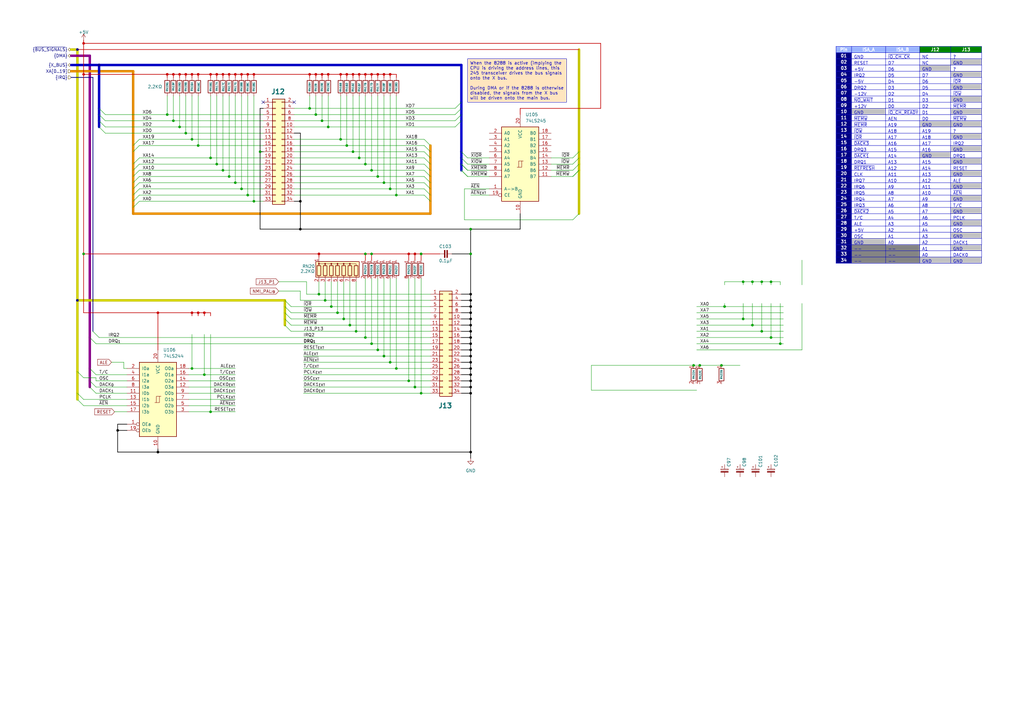
<source format=kicad_sch>
(kicad_sch (version 20250114) (generator "eeschema") (generator_version "9.0")
  (paper "A3")
  (bus_alias "" (members))
  (text_box "When the 8288 is active (implying the CPU is driving the address lines, this 245 transceiver drives the bus signals onto the X bus.\n\nDuring DMA or if the 8288 is otherwise disabled, the signals from the X bus will be driven onto the main bus." (at 191.77 24.13 0) (size 40.64 17.78) (margins 0.9525 0.9525 0.9525 0.9525) (fill (type color) (color 255 229 191 1)) (effects (font (size 1.27 1.27)) (justify left top)))
  (junction (at 140.97 130.81))
  (junction (at 144.78 30.48) (color 194 0 0 1))
  (junction (at 81.28 30.48) (color 194 0 0 1))
  (junction (at 73.66 30.48) (color 194 0 0 1))
  (junction (at 152.4 69.85))
  (junction (at 193.04 120.65) (color 0 0 0 1))
  (junction (at 91.44 30.48) (color 194 0 0 1))
  (junction (at 312.42 115.57))
  (junction (at 68.58 46.99))
  (junction (at 172.72 104.14))
  (junction (at 71.12 49.53))
  (junction (at 48.26 176.53) (color 0 0 0 1))
  (junction (at 170.18 104.14) (color 194 0 0 1))
  (junction (at 193.04 130.81) (color 0 0 0 1))
  (junction (at 34.29 30.48) (color 194 0 0 1))
  (junction (at 91.44 69.85))
  (junction (at 147.32 30.48) (color 194 0 0 1))
  (junction (at 162.56 151.13))
  (junction (at 157.48 30.48) (color 194 0 0 1))
  (junction (at 316.23 115.57))
  (junction (at 170.18 158.75))
  (junction (at 93.98 72.39))
  (junction (at 304.8 130.81))
  (junction (at 133.35 123.19))
  (junction (at 287.02 149.86))
  (junction (at 193.04 156.21) (color 0 0 0 1))
  (junction (at 149.86 104.14))
  (junction (at 40.64 26.67))
  (junction (at 160.02 30.48) (color 194 0 0 1))
  (junction (at 78.74 30.48) (color 194 0 0 1))
  (junction (at 106.68 62.23))
  (junction (at 157.48 146.05))
  (junction (at 123.19 82.55) (color 0 0 0 1))
  (junction (at 93.98 30.48) (color 194 0 0 1))
  (junction (at 76.2 54.61))
  (junction (at 64.77 128.27) (color 194 0 0 1))
  (junction (at 101.6 80.01))
  (junction (at 83.82 153.67))
  (junction (at 88.9 67.31))
  (junction (at 139.7 30.48) (color 194 0 0 1))
  (junction (at 99.06 30.48) (color 194 0 0 1))
  (junction (at 101.6 30.48) (color 194 0 0 1))
  (junction (at 193.04 128.27) (color 0 0 0 1))
  (junction (at 68.58 30.48) (color 194 0 0 1))
  (junction (at 152.4 30.48) (color 194 0 0 1))
  (junction (at 304.8 115.57))
  (junction (at 149.86 67.31))
  (junction (at 71.12 30.48) (color 194 0 0 1))
  (junction (at 320.04 140.97))
  (junction (at 193.04 146.05) (color 0 0 0 1))
  (junction (at 193.04 153.67) (color 0 0 0 1))
  (junction (at 31.75 123.19))
  (junction (at 88.9 30.48) (color 194 0 0 1))
  (junction (at 130.81 120.65))
  (junction (at 146.05 135.89))
  (junction (at 193.04 161.29) (color 0 0 0 1))
  (junction (at 167.64 104.14) (color 194 0 0 1))
  (junction (at 157.48 74.93))
  (junction (at 78.74 57.15))
  (junction (at 130.81 104.14) (color 194 0 0 1))
  (junction (at 297.18 125.73))
  (junction (at 160.02 148.59))
  (junction (at 193.04 148.59) (color 0 0 0 1))
  (junction (at 193.04 133.35) (color 0 0 0 1))
  (junction (at 31.75 20.32))
  (junction (at 143.51 133.35))
  (junction (at 142.24 30.48) (color 194 0 0 1))
  (junction (at 152.4 140.97))
  (junction (at 149.86 30.48) (color 194 0 0 1))
  (junction (at 129.54 46.99))
  (junction (at 34.29 17.78) (color 194 0 0 1))
  (junction (at 193.04 93.98))
  (junction (at 193.04 151.13) (color 0 0 0 1))
  (junction (at 73.66 52.07))
  (junction (at 142.24 59.69))
  (junction (at 193.04 140.97) (color 0 0 0 1))
  (junction (at 96.52 74.93))
  (junction (at 104.14 30.48) (color 194 0 0 1))
  (junction (at 127 30.48) (color 194 0 0 1))
  (junction (at 134.62 30.48) (color 194 0 0 1))
  (junction (at 162.56 80.01))
  (junction (at 78.74 128.27) (color 194 0 0 1))
  (junction (at 193.04 158.75) (color 0 0 0 1))
  (junction (at 123.19 93.98) (color 0 0 0 1))
  (junction (at 193.04 138.43) (color 0 0 0 1))
  (junction (at 86.36 168.91))
  (junction (at 83.82 128.27) (color 194 0 0 1))
  (junction (at 64.77 185.42) (color 0 0 0 1))
  (junction (at 308.61 133.35))
  (junction (at 284.48 149.86))
  (junction (at 147.32 64.77))
  (junction (at 96.52 30.48) (color 194 0 0 1))
  (junction (at 154.94 143.51))
  (junction (at 86.36 64.77))
  (junction (at 316.23 138.43))
  (junction (at 86.36 30.48) (color 194 0 0 1))
  (junction (at 149.86 138.43))
  (junction (at 76.2 30.48) (color 194 0 0 1))
  (junction (at 132.08 30.48) (color 194 0 0 1))
  (junction (at 34.29 104.14))
  (junction (at 144.78 62.23))
  (junction (at 134.62 52.07))
  (junction (at 154.94 72.39))
  (junction (at 138.43 128.27))
  (junction (at 193.04 135.89) (color 0 0 0 1))
  (junction (at 81.28 59.69))
  (junction (at 172.72 161.29))
  (junction (at 127 44.45))
  (junction (at 135.89 125.73))
  (junction (at 78.74 151.13))
  (junction (at 129.54 30.48) (color 194 0 0 1))
  (junction (at 193.04 104.14))
  (junction (at 152.4 104.14))
  (junction (at 160.02 77.47))
  (junction (at 139.7 57.15))
  (junction (at 295.91 149.86))
  (junction (at 132.08 49.53))
  (junction (at 104.14 82.55))
  (junction (at 193.04 185.42) (color 0 0 0 1))
  (junction (at 312.42 135.89))
  (junction (at 193.04 125.73) (color 0 0 0 1))
  (junction (at 81.28 128.27) (color 194 0 0 1))
  (junction (at 193.04 123.19) (color 0 0 0 1))
  (junction (at 167.64 156.21))
  (junction (at 99.06 77.47))
  (junction (at 154.94 30.48) (color 194 0 0 1))
  (junction (at 193.04 143.51) (color 0 0 0 1))
  (junction (at 308.61 115.57))
  (no_connect (at 107.95 41.91))
  (no_connect (at 125.73 -11.43))
  (no_connect (at 120.65 41.91))
  (bus_entry (at 57.15 74.93) (size -2.54 2.54))
  (bus_entry (at 173.99 80.01) (size 2.54 2.54))
  (bus_entry (at 173.99 59.69) (size 2.54 2.54))
  (bus_entry (at 57.15 67.31) (size -2.54 2.54))
  (bus_entry (at 36.83 151.13) (size 2.54 2.54))
  (bus_entry (at 189.23 41.91) (size -2.54 2.54))
  (bus_entry (at 189.23 44.45) (size -2.54 2.54))
  (bus_entry (at 189.23 67.31) (size 2.54 2.54))
  (bus_entry (at 189.23 67.31) (size 2.54 2.54))
  (bus_entry (at 173.99 74.93) (size 2.54 2.54))
  (bus_entry (at 237.49 67.31) (size -2.54 2.54))
  (bus_entry (at 116.84 130.81) (size 2.54 2.54))
  (bus_entry (at 57.15 69.85) (size -2.54 2.54))
  (bus_entry (at 237.49 87.63) (size -2.54 2.54))
  (bus_entry (at 40.64 46.99) (size 2.54 2.54))
  (bus_entry (at 31.75 163.83) (size 2.54 2.54))
  (bus_entry (at 116.84 125.73) (size 2.54 2.54))
  (bus_entry (at 116.84 128.27) (size 2.54 2.54))
  (bus_entry (at 189.23 69.85) (size 2.54 2.54))
  (bus_entry (at 36.83 138.43) (size 2.54 2.54))
  (bus_entry (at 40.64 52.07) (size 2.54 2.54))
  (bus_entry (at 36.83 158.75) (size 2.54 2.54))
  (bus_entry (at 116.84 133.35) (size 2.54 2.54))
  (bus_entry (at 173.99 77.47) (size 2.54 2.54))
  (bus_entry (at 189.23 49.53) (size -2.54 2.54))
  (bus_entry (at 189.23 46.99) (size -2.54 2.54))
  (bus_entry (at 237.49 69.85) (size -2.54 2.54))
  (bus_entry (at 189.23 69.85) (size 2.54 2.54))
  (bus_entry (at 57.15 82.55) (size -2.54 2.54))
  (bus_entry (at 116.84 123.19) (size 2.54 2.54))
  (bus_entry (at 31.75 152.4) (size 2.54 2.54))
  (bus_entry (at 57.15 72.39) (size -2.54 2.54))
  (bus_entry (at 237.49 69.85) (size -2.54 2.54))
  (bus_entry (at 40.64 44.45) (size 2.54 2.54))
  (bus_entry (at 38.1 135.89) (size 2.54 2.54))
  (bus_entry (at 57.15 64.77) (size -2.54 2.54))
  (bus_entry (at 173.99 64.77) (size 2.54 2.54))
  (bus_entry (at 57.15 57.15) (size -2.54 2.54))
  (bus_entry (at 237.49 62.23) (size -2.54 2.54))
  (bus_entry (at 173.99 67.31) (size 2.54 2.54))
  (bus_entry (at 57.15 59.69) (size -2.54 2.54))
  (bus_entry (at 237.49 64.77) (size -2.54 2.54))
  (bus_entry (at 173.99 69.85) (size 2.54 2.54))
  (bus_entry (at 173.99 72.39) (size 2.54 2.54))
  (bus_entry (at 57.15 80.01) (size -2.54 2.54))
  (bus_entry (at 189.23 62.23) (size 2.54 2.54))
  (bus_entry (at 31.75 161.29) (size 2.54 2.54))
  (bus_entry (at 36.83 156.21) (size 2.54 2.54))
  (bus_entry (at 189.23 64.77) (size 2.54 2.54))
  (bus_entry (at 173.99 57.15) (size 2.54 2.54))
  (bus_entry (at 57.15 77.47) (size -2.54 2.54))
  (bus_entry (at 40.64 49.53) (size 2.54 2.54))
  (bus_entry (at 173.99 62.23) (size 2.54 2.54))
  (wire (pts (xy 320.04 124.46) (xy 320.04 140.97)))
  (wire (pts (xy 167.64 156.21) (xy 176.53 156.21)))
  (bus (pts (xy 176.53 87.63) (xy 54.61 87.63)) (stroke (width 1) (color 221 133 0 1)))
  (wire (pts (xy 328.93 124.46) (xy 328.93 143.51)))
  (wire (pts (xy 71.12 39.37) (xy 71.12 49.53)))
  (wire (pts (xy 146.05 115.57) (xy 146.05 135.89)))
  (bus (pts (xy 54.61 77.47) (xy 54.61 80.01)) (stroke (width 1) (color 221 133 0 1)))
  (wire (pts (xy 152.4 104.14) (xy 167.64 104.14)) (stroke (width 0.25) (color 194 0 0 1)))
  (wire (pts (xy 226.06 64.77) (xy 234.95 64.77)))
  (bus (pts (xy 36.83 156.21) (xy 36.83 158.75)) (stroke (width 1) (color 132 0 132 1)))
  (wire (pts (xy 130.81 115.57) (xy 130.81 120.65)))
  (wire (pts (xy 143.51 115.57) (xy 143.51 133.35)))
  (wire (pts (xy 213.36 93.98) (xy 193.04 93.98)) (stroke (width 0.25) (color 0 0 0 1)))
  (wire (pts (xy 154.94 72.39) (xy 173.99 72.39)))
  (wire (pts (xy 189.23 158.75) (xy 193.04 158.75)) (stroke (width 0.25) (color 0 0 0 1)))
  (wire (pts (xy 226.06 69.85) (xy 234.95 69.85)))
  (bus (pts (xy 31.75 152.4) (xy 31.75 161.29)) (stroke (width 1) (color 194 194 0 1)))
  (wire (pts (xy 57.15 80.01) (xy 101.6 80.01)))
  (wire (pts (xy 88.9 30.48) (xy 86.36 30.48)) (stroke (width 0.25) (color 194 0 0 1)))
  (wire (pts (xy 147.32 39.37) (xy 147.32 64.77)))
  (wire (pts (xy 200.66 67.31) (xy 191.77 67.31)))
  (wire (pts (xy 101.6 30.48) (xy 101.6 31.75)) (stroke (width 0.25) (color 194 0 0 1)))
  (wire (pts (xy 193.04 156.21) (xy 193.04 158.75)) (stroke (width 0.25) (color 0 0 0 1)))
  (wire (pts (xy 226.06 67.31) (xy 234.95 67.31)))
  (bus (pts (xy 54.61 29.21) (xy 29.21 29.21)) (stroke (width 1) (color 221 133 0 1)))
  (wire (pts (xy 193.04 158.75) (xy 193.04 161.29)) (stroke (width 0.25) (color 0 0 0 1)))
  (bus (pts (xy 237.49 64.77) (xy 237.49 67.31)) (stroke (width 1) (color 194 194 0 1)))
  (bus (pts (xy 176.53 72.39) (xy 176.53 74.93)) (stroke (width 1) (color 221 133 0 1)))
  (wire (pts (xy 185.42 104.14) (xy 193.04 104.14)) (stroke (width 0.25) (color 0 0 0 1)))
  (wire (pts (xy 91.44 39.37) (xy 91.44 69.85)))
  (wire (pts (xy 134.62 39.37) (xy 134.62 52.07)))
  (wire (pts (xy 119.38 128.27) (xy 138.43 128.27)))
  (bus (pts (xy 189.23 64.77) (xy 189.23 67.31)) (stroke (width 1) (color 0 0 194 1)))
  (wire (pts (xy 125.73 120.65) (xy 130.81 120.65)))
  (wire (pts (xy 157.48 146.05) (xy 124.46 146.05)))
  (wire (pts (xy 135.89 125.73) (xy 176.53 125.73)))
  (bus (pts (xy 189.23 26.67) (xy 189.23 41.91)) (stroke (width 1) (color 0 0 194 1)))
  (bus (pts (xy 176.53 62.23) (xy 176.53 64.77)) (stroke (width 1) (color 221 133 0 1)))
  (wire (pts (xy 96.52 30.48) (xy 96.52 31.75)) (stroke (width 0.25) (color 194 0 0 1)))
  (wire (pts (xy 304.8 124.46) (xy 304.8 130.81)))
  (wire (pts (xy 43.18 52.07) (xy 73.66 52.07)))
  (wire (pts (xy 162.56 151.13) (xy 176.53 151.13)))
  (wire (pts (xy 134.62 31.75) (xy 134.62 30.48)) (stroke (width 0.25) (color 194 0 0 1)))
  (wire (pts (xy 321.31 130.81) (xy 304.8 130.81)))
  (wire (pts (xy 213.36 87.63) (xy 213.36 93.98)) (stroke (width 0.25) (color 0 0 0 1)))
  (wire (pts (xy 120.65 77.47) (xy 160.02 77.47)))
  (wire (pts (xy 73.66 39.37) (xy 73.66 52.07)))
  (wire (pts (xy 189.23 151.13) (xy 193.04 151.13)) (stroke (width 0.25) (color 0 0 0 1)))
  (wire (pts (xy 43.18 49.53) (xy 71.12 49.53)))
  (bus (pts (xy 54.61 29.21) (xy 54.61 59.69)) (stroke (width 1) (color 221 133 0 1)))
  (wire (pts (xy 91.44 30.48) (xy 88.9 30.48)) (stroke (width 0.25) (color 194 0 0 1)))
  (wire (pts (xy 57.15 69.85) (xy 91.44 69.85)))
  (wire (pts (xy 99.06 39.37) (xy 99.06 77.47)))
  (wire (pts (xy 130.81 104.14) (xy 130.81 105.41)) (stroke (width 0.25) (color 194 0 0 1)))
  (wire (pts (xy 160.02 148.59) (xy 124.46 148.59)))
  (wire (pts (xy 120.65 59.69) (xy 142.24 59.69)))
  (wire (pts (xy 157.48 31.75) (xy 157.48 30.48)) (stroke (width 0.25) (color 194 0 0 1)))
  (wire (pts (xy 154.94 31.75) (xy 154.94 30.48)) (stroke (width 0.25) (color 194 0 0 1)))
  (wire (pts (xy 308.61 115.57) (xy 308.61 116.84)))
  (bus (pts (xy 40.64 26.67) (xy 189.23 26.67)) (stroke (width 1) (color 0 0 194 1)))
  (wire (pts (xy 34.29 163.83) (xy 52.07 163.83)))
  (bus (pts (xy 176.53 69.85) (xy 176.53 72.39)) (stroke (width 1) (color 221 133 0 1)))
  (wire (pts (xy 149.86 30.48) (xy 152.4 30.48)) (stroke (width 0.25) (color 194 0 0 1)))
  (wire (pts (xy 78.74 57.15) (xy 107.95 57.15)))
  (wire (pts (xy 133.35 115.57) (xy 133.35 123.19)))
  (wire (pts (xy 120.65 44.45) (xy 127 44.45)))
  (wire (pts (xy 321.31 140.97) (xy 320.04 140.97)))
  (wire (pts (xy 34.29 128.27) (xy 64.77 128.27)) (stroke (width 0.25) (color 194 0 0 1)))
  (wire (pts (xy 287.02 149.86) (xy 295.91 149.86)))
  (wire (pts (xy 96.52 74.93) (xy 107.95 74.93)))
  (wire (pts (xy 193.04 140.97) (xy 193.04 143.51)) (stroke (width 0.25) (color 0 0 0 1)))
  (wire (pts (xy 193.04 185.42) (xy 193.04 187.96)) (stroke (width 0.25) (color 0 0 0 1)))
  (wire (pts (xy 83.82 137.16) (xy 83.82 153.67)))
  (wire (pts (xy 193.04 93.98) (xy 123.19 93.98)) (stroke (width 0.25) (color 0 0 0 1)))
  (wire (pts (xy 242.57 160.02) (xy 285.75 160.02)))
  (wire (pts (xy 316.23 115.57) (xy 316.23 116.84)))
  (wire (pts (xy 297.18 115.57) (xy 297.18 116.84)))
  (wire (pts (xy 34.29 104.14) (xy 130.81 104.14)) (stroke (width 0.25) (color 194 0 0 1)))
  (wire (pts (xy 78.74 128.27) (xy 78.74 129.54)) (stroke (width 0.25) (color 194 0 0 1)))
  (wire (pts (xy 189.23 128.27) (xy 193.04 128.27)) (stroke (width 0.25) (color 0 0 0 1)))
  (wire (pts (xy 200.66 64.77) (xy 191.77 64.77)))
  (wire (pts (xy 189.23 161.29) (xy 193.04 161.29)) (stroke (width 0.25) (color 0 0 0 1)))
  (wire (pts (xy 120.65 69.85) (xy 152.4 69.85)))
  (wire (pts (xy 114.3 119.38) (xy 123.19 119.38)))
  (wire (pts (xy 172.72 114.3) (xy 172.72 161.29)))
  (bus (pts (xy 176.53 74.93) (xy 176.53 77.47)) (stroke (width 1) (color 221 133 0 1)))
  (wire (pts (xy 284.48 149.86) (xy 287.02 149.86)))
  (wire (pts (xy 39.37 158.75) (xy 52.07 158.75)))
  (wire (pts (xy 104.14 82.55) (xy 107.95 82.55)))
  (wire (pts (xy 91.44 69.85) (xy 107.95 69.85)))
  (wire (pts (xy 86.36 39.37) (xy 86.36 64.77)))
  (wire (pts (xy 34.29 17.78) (xy 246.38 17.78)) (stroke (width 0.25) (color 194 0 0 1)))
  (wire (pts (xy 312.42 115.57) (xy 308.61 115.57)))
  (wire (pts (xy 193.04 80.01) (xy 200.66 80.01)))
  (wire (pts (xy 135.89 115.57) (xy 135.89 125.73)))
  (wire (pts (xy 160.02 31.75) (xy 160.02 30.48)) (stroke (width 0.25) (color 194 0 0 1)))
  (bus (pts (xy 54.61 69.85) (xy 54.61 72.39)) (stroke (width 1) (color 221 133 0 1)))
  (wire (pts (xy 68.58 39.37) (xy 68.58 46.99)))
  (wire (pts (xy 193.04 93.98) (xy 193.04 104.14)) (stroke (width 0.25) (color 0 0 0 1)))
  (wire (pts (xy 193.04 120.65) (xy 193.04 123.19)) (stroke (width 0.25) (color 0 0 0 1)))
  (wire (pts (xy 132.08 31.75) (xy 132.08 30.48)) (stroke (width 0.25) (color 194 0 0 1)))
  (wire (pts (xy 157.48 114.3) (xy 157.48 146.05)))
  (wire (pts (xy 213.36 44.45) (xy 213.36 46.99)) (stroke (width 0.25) (color 194 0 0 1)))
  (wire (pts (xy 320.04 140.97) (xy 285.75 140.97)))
  (wire (pts (xy 189.23 135.89) (xy 193.04 135.89)) (stroke (width 0.25) (color 0 0 0 1)))
  (wire (pts (xy 73.66 30.48) (xy 73.66 31.75)) (stroke (width 0.25) (color 194 0 0 1)))
  (wire (pts (xy 172.72 104.14) (xy 180.34 104.14)) (stroke (width 0.25) (color 194 0 0 1)))
  (wire (pts (xy 99.06 30.48) (xy 99.06 31.75)) (stroke (width 0.25) (color 194 0 0 1)))
  (wire (pts (xy 149.86 138.43) (xy 176.53 138.43)))
  (wire (pts (xy 83.82 153.67) (xy 96.52 153.67)))
  (wire (pts (xy 93.98 72.39) (xy 107.95 72.39)))
  (bus (pts (xy 176.53 67.31) (xy 176.53 69.85)) (stroke (width 1) (color 221 133 0 1)))
  (bus (pts (xy 36.83 151.13) (xy 36.83 156.21)) (stroke (width 1) (color 132 0 132 1)))
  (wire (pts (xy 308.61 124.46) (xy 308.61 133.35)))
  (wire (pts (xy 312.42 124.46) (xy 312.42 135.89)))
  (wire (pts (xy 176.53 146.05) (xy 157.48 146.05)))
  (wire (pts (xy 193.04 133.35) (xy 193.04 135.89)) (stroke (width 0.25) (color 0 0 0 1)))
  (wire (pts (xy 68.58 31.75) (xy 68.58 30.48)) (stroke (width 0.25) (color 194 0 0 1)))
  (wire (pts (xy 133.35 123.19) (xy 176.53 123.19)))
  (wire (pts (xy 107.95 44.45) (xy 106.68 44.45)) (stroke (width 0.25) (color 0 0 0 1)))
  (wire (pts (xy 76.2 30.48) (xy 78.74 30.48)) (stroke (width 0.25) (color 194 0 0 1)))
  (bus (pts (xy 116.84 130.81) (xy 116.84 133.35)) (stroke (width 1) (color 194 194 0 1)))
  (wire (pts (xy 146.05 135.89) (xy 176.53 135.89)))
  (wire (pts (xy 76.2 30.48) (xy 76.2 31.75)) (stroke (width 0.25) (color 194 0 0 1)))
  (wire (pts (xy 71.12 30.48) (xy 71.12 31.75)) (stroke (width 0.25) (color 194 0 0 1)))
  (wire (pts (xy 200.66 69.85) (xy 191.77 69.85)))
  (wire (pts (xy 149.86 39.37) (xy 149.86 67.31)))
  (wire (pts (xy 57.15 77.47) (xy 99.06 77.47)))
  (wire (pts (xy 304.8 115.57) (xy 304.8 116.84)))
  (bus (pts (xy 31.75 20.32) (xy 237.49 20.32)) (stroke (width 0.25) (color 194 0 0 1)))
  (bus (pts (xy 40.64 46.99) (xy 40.64 49.53)) (stroke (width 1) (color 0 0 194 1)))
  (wire (pts (xy 132.08 30.48) (xy 134.62 30.48)) (stroke (width 0.25) (color 194 0 0 1)))
  (wire (pts (xy 78.74 30.48) (xy 81.28 30.48)) (stroke (width 0.25) (color 194 0 0 1)))
  (wire (pts (xy 147.32 31.75) (xy 147.32 30.48)) (stroke (width 0.25) (color 194 0 0 1)))
  (wire (pts (xy 81.28 30.48) (xy 86.36 30.48)) (stroke (width 0.25) (color 194 0 0 1)))
  (bus (pts (xy 176.53 59.69) (xy 176.53 62.23)) (stroke (width 1) (color 221 133 0 1)))
  (bus (pts (xy 31.75 161.29) (xy 31.75 163.83)) (stroke (width 1) (color 194 194 0 1)))
  (wire (pts (xy 189.23 123.19) (xy 193.04 123.19)) (stroke (width 0.25) (color 0 0 0 1)))
  (wire (pts (xy 57.15 57.15) (xy 78.74 57.15)))
  (wire (pts (xy 170.18 114.3) (xy 170.18 158.75)))
  (wire (pts (xy 86.36 137.16) (xy 86.36 168.91)))
  (wire (pts (xy 297.18 124.46) (xy 297.18 125.73)))
  (wire (pts (xy 149.86 67.31) (xy 173.99 67.31)))
  (wire (pts (xy 142.24 59.69) (xy 173.99 59.69)))
  (bus (pts (xy 189.23 67.31) (xy 189.23 69.85)) (stroke (width 1) (color 0 0 194 1)))
  (wire (pts (xy 297.18 125.73) (xy 321.31 125.73)))
  (wire (pts (xy 39.37 140.97) (xy 152.4 140.97)))
  (wire (pts (xy 139.7 57.15) (xy 173.99 57.15)))
  (wire (pts (xy 193.04 146.05) (xy 193.04 148.59)) (stroke (width 0.25) (color 0 0 0 1)))
  (wire (pts (xy 134.62 52.07) (xy 186.69 52.07)))
  (bus (pts (xy 189.23 62.23) (xy 189.23 64.77)) (stroke (width 1) (color 0 0 194 1)))
  (wire (pts (xy 157.48 74.93) (xy 173.99 74.93)))
  (wire (pts (xy 132.08 39.37) (xy 132.08 49.53)))
  (wire (pts (xy 193.04 128.27) (xy 193.04 130.81)) (stroke (width 0.25) (color 0 0 0 1)))
  (wire (pts (xy 285.75 143.51) (xy 328.93 143.51)))
  (wire (pts (xy 73.66 30.48) (xy 76.2 30.48)) (stroke (width 0.25) (color 194 0 0 1)))
  (wire (pts (xy 119.38 135.89) (xy 146.05 135.89)))
  (wire (pts (xy 39.37 153.67) (xy 52.07 153.67)))
  (wire (pts (xy 167.64 104.14) (xy 167.64 106.68)) (stroke (width 0.25) (color 194 0 0 1)))
  (wire (pts (xy 144.78 30.48) (xy 147.32 30.48)) (stroke (width 0.25) (color 194 0 0 1)))
  (wire (pts (xy 189.23 130.81) (xy 193.04 130.81)) (stroke (width 0.25) (color 0 0 0 1)))
  (wire (pts (xy 170.18 104.14) (xy 172.72 104.14)) (stroke (width 0.25) (color 194 0 0 1)))
  (wire (pts (xy 132.08 49.53) (xy 186.69 49.53)))
  (wire (pts (xy 226.06 72.39) (xy 234.95 72.39)))
  (wire (pts (xy 120.65 67.31) (xy 149.86 67.31)))
  (wire (pts (xy 120.65 54.61) (xy 123.19 54.61)) (stroke (width 0.25) (color 0 0 0 1)))
  (wire (pts (xy 39.37 156.21) (xy 52.07 156.21)))
  (wire (pts (xy 190.5 90.17) (xy 234.95 90.17)))
  (wire (pts (xy 193.04 138.43) (xy 193.04 140.97)) (stroke (width 0.25) (color 0 0 0 1)))
  (wire (pts (xy 321.31 138.43) (xy 316.23 138.43)))
  (wire (pts (xy 64.77 185.42) (xy 48.26 185.42)) (stroke (width 0.25) (color 0 0 0 1)))
  (bus (pts (xy 54.61 74.93) (xy 54.61 77.47)) (stroke (width 1) (color 221 133 0 1)))
  (wire (pts (xy 149.86 104.14) (xy 149.86 106.68)) (stroke (width 0.25) (color 194 0 0 1)))
  (bus (pts (xy 31.75 20.32) (xy 31.75 123.19)) (stroke (width 1) (color 194 194 0 1)))
  (wire (pts (xy 57.15 59.69) (xy 81.28 59.69)))
  (wire (pts (xy 40.64 138.43) (xy 149.86 138.43)))
  (wire (pts (xy 152.4 30.48) (xy 154.94 30.48)) (stroke (width 0.25) (color 194 0 0 1)))
  (bus (pts (xy 29.21 22.86) (xy 36.83 22.86)) (stroke (width 1) (color 132 0 132 1)))
  (bus (pts (xy 40.64 44.45) (xy 40.64 46.99)) (stroke (width 1) (color 0 0 194 1)))
  (wire (pts (xy 101.6 39.37) (xy 101.6 80.01)))
  (wire (pts (xy 101.6 80.01) (xy 107.95 80.01)))
  (wire (pts (xy 120.65 62.23) (xy 144.78 62.23)))
  (wire (pts (xy 57.15 82.55) (xy 104.14 82.55)))
  (wire (pts (xy 81.28 128.27) (xy 81.28 129.54)) (stroke (width 0.25) (color 194 0 0 1)))
  (wire (pts (xy 162.56 30.48) (xy 162.56 31.75)) (stroke (width 0.25) (color 194 0 0 1)))
  (wire (pts (xy 93.98 31.75) (xy 93.98 30.48)) (stroke (width 0.25) (color 194 0 0 1)))
  (wire (pts (xy 142.24 30.48) (xy 144.78 30.48)) (stroke (width 0.25) (color 194 0 0 1)))
  (wire (pts (xy 104.14 30.48) (xy 104.14 31.75)) (stroke (width 0.25) (color 194 0 0 1)))
  (wire (pts (xy 129.54 39.37) (xy 129.54 46.99)))
  (wire (pts (xy 43.18 54.61) (xy 76.2 54.61)))
  (wire (pts (xy 76.2 54.61) (xy 107.95 54.61)))
  (wire (pts (xy 107.95 62.23) (xy 106.68 62.23)) (stroke (width 0.25) (color 0 0 0 1)))
  (bus (pts (xy 31.75 123.19) (xy 31.75 152.4)) (stroke (width 1) (color 194 194 0 1)))
  (wire (pts (xy 77.47 163.83) (xy 96.52 163.83)))
  (wire (pts (xy 154.94 143.51) (xy 124.46 143.51)))
  (bus (pts (xy 54.61 80.01) (xy 54.61 82.55)) (stroke (width 1) (color 221 133 0 1)))
  (wire (pts (xy 64.77 184.15) (xy 64.77 185.42)) (stroke (width 0.25) (color 0 0 0 1)))
  (bus (pts (xy 29.21 20.32) (xy 31.75 20.32)) (stroke (width 1) (color 194 194 0 1)))
  (wire (pts (xy 193.04 104.14) (xy 193.04 120.65)) (stroke (width 0.25) (color 0 0 0 1)))
  (wire (pts (xy 162.56 114.3) (xy 162.56 151.13)))
  (wire (pts (xy 308.61 133.35) (xy 321.31 133.35)))
  (wire (pts (xy 190.5 77.47) (xy 200.66 77.47)))
  (wire (pts (xy 64.77 185.42) (xy 193.04 185.42)) (stroke (width 0.25) (color 0 0 0 1)))
  (wire (pts (xy 129.54 46.99) (xy 186.69 46.99)))
  (wire (pts (xy 123.19 82.55) (xy 123.19 93.98)) (stroke (width 0.25) (color 0 0 0 1)))
  (wire (pts (xy 99.06 30.48) (xy 101.6 30.48)) (stroke (width 0.25) (color 194 0 0 1)))
  (wire (pts (xy 39.37 154.94) (xy 39.37 156.21)))
  (bus (pts (xy 237.49 62.23) (xy 237.49 64.77)) (stroke (width 1) (color 194 194 0 1)))
  (wire (pts (xy 106.68 93.98) (xy 123.19 93.98)) (stroke (width 0.25) (color 0 0 0 1)))
  (wire (pts (xy 138.43 128.27) (xy 176.53 128.27)))
  (wire (pts (xy 139.7 31.75) (xy 139.7 30.48)) (stroke (width 0.25) (color 194 0 0 1)))
  (wire (pts (xy 320.04 116.84) (xy 320.04 115.57)))
  (wire (pts (xy 170.18 104.14) (xy 170.18 106.68)) (stroke (width 0.25) (color 194 0 0 1)))
  (bus (pts (xy 116.84 125.73) (xy 116.84 128.27)) (stroke (width 1) (color 194 194 0 1)))
  (wire (pts (xy 176.53 148.59) (xy 160.02 148.59)))
  (wire (pts (xy 160.02 30.48) (xy 162.56 30.48)) (stroke (width 0.25) (color 194 0 0 1)))
  (wire (pts (xy 119.38 130.81) (xy 140.97 130.81)))
  (wire (pts (xy 152.4 114.3) (xy 152.4 140.97)))
  (wire (pts (xy 83.82 128.27) (xy 81.28 128.27)) (stroke (width 0.25) (color 194 0 0 1)))
  (bus (pts (xy 189.23 41.91) (xy 189.23 44.45)) (stroke (width 1) (color 0 0 194 1)))
  (bus (pts (xy 54.61 67.31) (xy 54.61 69.85)) (stroke (width 1) (color 221 133 0 1)))
  (bus (pts (xy 176.53 77.47) (xy 176.53 80.01)) (stroke (width 1) (color 221 133 0 1)))
  (bus (pts (xy 29.21 31.75) (xy 38.1 31.75)))
  (bus (pts (xy 38.1 31.75) (xy 38.1 135.89)))
  (wire (pts (xy 189.23 153.67) (xy 193.04 153.67)) (stroke (width 0.25) (color 0 0 0 1)))
  (wire (pts (xy 120.65 57.15) (xy 139.7 57.15)))
  (wire (pts (xy 77.47 168.91) (xy 86.36 168.91)))
  (wire (pts (xy 77.47 153.67) (xy 83.82 153.67)))
  (wire (pts (xy 34.29 17.78) (xy 34.29 30.48)) (stroke (width 0.25) (color 194 0 0 1)))
  (bus (pts (xy 176.53 80.01) (xy 176.53 82.55)) (stroke (width 1) (color 221 133 0 1)))
  (wire (pts (xy 154.94 114.3) (xy 154.94 143.51)))
  (wire (pts (xy 83.82 129.54) (xy 83.82 128.27)) (stroke (width 0.25) (color 194 0 0 1)))
  (wire (pts (xy 127 39.37) (xy 127 44.45)))
  (wire (pts (xy 120.65 49.53) (xy 132.08 49.53)))
  (wire (pts (xy 106.68 44.45) (xy 106.68 62.23)) (stroke (width 0.25) (color 0 0 0 1)))
  (wire (pts (xy 78.74 31.75) (xy 78.74 30.48)) (stroke (width 0.25) (color 194 0 0 1)))
  (wire (pts (xy 142.24 39.37) (xy 142.24 59.69)))
  (wire (pts (xy 88.9 67.31) (xy 107.95 67.31)))
  (wire (pts (xy 93.98 30.48) (xy 96.52 30.48)) (stroke (width 0.25) (color 194 0 0 1)))
  (wire (pts (xy 43.18 46.99) (xy 68.58 46.99)))
  (wire (pts (xy 124.46 161.29) (xy 172.72 161.29)))
  (wire (pts (xy 193.04 125.73) (xy 193.04 128.27)) (stroke (width 0.25) (color 0 0 0 1)))
  (wire (pts (xy 193.04 120.65) (xy 189.23 120.65)) (stroke (width 0.25) (color 0 0 0 1)))
  (wire (pts (xy 120.65 52.07) (xy 134.62 52.07)))
  (wire (pts (xy 71.12 30.48) (xy 73.66 30.48)) (stroke (width 0.25) (color 194 0 0 1)))
  (bus (pts (xy 189.23 49.53) (xy 189.23 62.23)) (stroke (width 1) (color 0 0 194 1)))
  (wire (pts (xy 124.46 156.21) (xy 167.64 156.21)))
  (wire (pts (xy 316.23 138.43) (xy 285.75 138.43)))
  (wire (pts (xy 189.23 148.59) (xy 193.04 148.59)) (stroke (width 0.25) (color 0 0 0 1)))
  (wire (pts (xy 124.46 158.75) (xy 170.18 158.75)))
  (bus (pts (xy 237.49 20.32) (xy 237.49 62.23)) (stroke (width 1) (color 194 194 0 1)))
  (bus (pts (xy 54.61 59.69) (xy 54.61 62.23)) (stroke (width 1) (color 221 133 0 1)))
  (wire (pts (xy 120.65 64.77) (xy 147.32 64.77)))
  (wire (pts (xy 144.78 62.23) (xy 173.99 62.23)))
  (wire (pts (xy 152.4 69.85) (xy 173.99 69.85)))
  (wire (pts (xy 120.65 46.99) (xy 129.54 46.99)))
  (bus (pts (xy 36.83 138.43) (xy 36.83 151.13)) (stroke (width 1) (color 132 0 132 1)))
  (wire (pts (xy 143.51 133.35) (xy 176.53 133.35)))
  (wire (pts (xy 34.29 104.14) (xy 34.29 128.27)) (stroke (width 0.25) (color 194 0 0 1)))
  (wire (pts (xy 73.66 52.07) (xy 107.95 52.07)))
  (wire (pts (xy 86.36 168.91) (xy 96.52 168.91)))
  (wire (pts (xy 68.58 46.99) (xy 107.95 46.99)))
  (wire (pts (xy 160.02 114.3) (xy 160.02 148.59)))
  (wire (pts (xy 193.04 130.81) (xy 193.04 133.35)) (stroke (width 0.25) (color 0 0 0 1)))
  (wire (pts (xy 193.04 148.59) (xy 193.04 151.13)) (stroke (width 0.25) (color 0 0 0 1)))
  (wire (pts (xy 130.81 104.14) (xy 149.86 104.14)) (stroke (width 0.25) (color 194 0 0 1)))
  (bus (pts (xy 176.53 64.77) (xy 176.53 67.31)) (stroke (width 1) (color 221 133 0 1)))
  (wire (pts (xy 316.23 124.46) (xy 316.23 138.43)))
  (wire (pts (xy 189.23 138.43) (xy 193.04 138.43)) (stroke (width 0.25) (color 0 0 0 1)))
  (wire (pts (xy 193.04 135.89) (xy 193.04 138.43)) (stroke (width 0.25) (color 0 0 0 1)))
  (wire (pts (xy 119.38 125.73) (xy 135.89 125.73)))
  (wire (pts (xy 34.29 154.94) (xy 39.37 154.94)))
  (wire (pts (xy 189.23 140.97) (xy 193.04 140.97)) (stroke (width 0.25) (color 0 0 0 1)))
  (bus (pts (xy 54.61 62.23) (xy 54.61 67.31)) (stroke (width 1) (color 221 133 0 1)))
  (wire (pts (xy 86.36 30.48) (xy 86.36 31.75)) (stroke (width 0.25) (color 194 0 0 1)))
  (wire (pts (xy 142.24 30.48) (xy 139.7 30.48)) (stroke (width 0.25) (color 194 0 0 1)))
  (wire (pts (xy 246.38 44.45) (xy 246.38 17.78)) (stroke (width 0.25) (color 194 0 0 1)))
  (wire (pts (xy 120.65 72.39) (xy 154.94 72.39)))
  (wire (pts (xy 125.73 120.65) (xy 125.73 115.57)))
  (wire (pts (xy 154.94 30.48) (xy 157.48 30.48)) (stroke (width 0.25) (color 194 0 0 1)))
  (bus (pts (xy 116.84 123.19) (xy 116.84 125.73)) (stroke (width 1) (color 194 194 0 1)))
  (wire (pts (xy 176.53 143.51) (xy 154.94 143.51)))
  (wire (pts (xy 129.54 30.48) (xy 132.08 30.48)) (stroke (width 0.25) (color 194 0 0 1)))
  (wire (pts (xy 189.23 146.05) (xy 193.04 146.05)) (stroke (width 0.25) (color 0 0 0 1)))
  (wire (pts (xy 57.15 64.77) (xy 86.36 64.77)))
  (wire (pts (xy 127 31.75) (xy 127 30.48)) (stroke (width 0.25) (color 194 0 0 1)))
  (wire (pts (xy 321.31 135.89) (xy 312.42 135.89)))
  (wire (pts (xy 78.74 128.27) (xy 64.77 128.27)) (stroke (width 0.25) (color 194 0 0 1)))
  (wire (pts (xy 86.36 64.77) (xy 107.95 64.77)))
  (wire (pts (xy 312.42 135.89) (xy 285.75 135.89)))
  (bus (pts (xy 40.64 49.53) (xy 40.64 52.07)) (stroke (width 1) (color 0 0 194 1)))
  (wire (pts (xy 78.74 137.16) (xy 78.74 151.13)))
  (wire (pts (xy 48.26 176.53) (xy 48.26 185.42)) (stroke (width 0.25) (color 0 0 0 1)))
  (wire (pts (xy 200.66 72.39) (xy 191.77 72.39)))
  (wire (pts (xy 106.68 62.23) (xy 106.68 93.98)) (stroke (width 0.25) (color 0 0 0 1)))
  (wire (pts (xy 77.47 158.75) (xy 96.52 158.75)))
  (wire (pts (xy 34.29 30.48) (xy 34.29 104.14)) (stroke (width 0.25) (color 194 0 0 1)))
  (wire (pts (xy 119.38 133.35) (xy 143.51 133.35)))
  (wire (pts (xy 81.28 30.48) (xy 81.28 31.75)) (stroke (width 0.25) (color 194 0 0 1)))
  (wire (pts (xy 71.12 49.53) (xy 107.95 49.53)))
  (wire (pts (xy 213.36 44.45) (xy 246.38 44.45)) (stroke (width 0.25) (color 194 0 0 1)))
  (wire (pts (xy 160.02 30.48) (xy 157.48 30.48)) (stroke (width 0.25) (color 194 0 0 1)))
  (wire (pts (xy 78.74 151.13) (xy 96.52 151.13)))
  (wire (pts (xy 120.65 80.01) (xy 162.56 80.01)))
  (wire (pts (xy 34.29 30.48) (xy 68.58 30.48)) (stroke (width 0.25) (color 194 0 0 1)))
  (wire (pts (xy 167.64 104.14) (xy 170.18 104.14)) (stroke (width 0.25) (color 194 0 0 1)))
  (wire (pts (xy 138.43 115.57) (xy 138.43 128.27)))
  (wire (pts (xy 93.98 30.48) (xy 91.44 30.48)) (stroke (width 0.25) (color 194 0 0 1)))
  (wire (pts (xy 172.72 106.68) (xy 172.72 104.14)) (stroke (width 0.25) (color 194 0 0 1)))
  (wire (pts (xy 123.19 123.19) (xy 133.35 123.19)))
  (wire (pts (xy 99.06 77.47) (xy 107.95 77.47)))
  (wire (pts (xy 193.04 151.13) (xy 193.04 153.67)) (stroke (width 0.25) (color 0 0 0 1)))
  (wire (pts (xy 242.57 160.02) (xy 242.57 149.86)))
  (wire (pts (xy 114.3 115.57) (xy 125.73 115.57)))
  (wire (pts (xy 86.36 129.54) (xy 86.36 128.27)) (stroke (width 0.25) (color 194 0 0 1)))
  (wire (pts (xy 154.94 39.37) (xy 154.94 72.39)))
  (wire (pts (xy 88.9 39.37) (xy 88.9 67.31)))
  (wire (pts (xy 308.61 115.57) (xy 304.8 115.57)))
  (wire (pts (xy 124.46 151.13) (xy 162.56 151.13)))
  (wire (pts (xy 193.04 143.51) (xy 193.04 146.05)) (stroke (width 0.25) (color 0 0 0 1)))
  (wire (pts (xy 190.5 90.17) (xy 190.5 77.47)))
  (wire (pts (xy 170.18 158.75) (xy 176.53 158.75)))
  (wire (pts (xy 162.56 39.37) (xy 162.56 80.01)))
  (wire (pts (xy 152.4 140.97) (xy 176.53 140.97)))
  (wire (pts (xy 46.99 168.91) (xy 52.07 168.91)))
  (wire (pts (xy 149.86 104.14) (xy 152.4 104.14)) (stroke (width 0.25) (color 194 0 0 1)))
  (wire (pts (xy 193.04 161.29) (xy 193.04 185.42)) (stroke (width 0.25) (color 0 0 0 1)))
  (wire (pts (xy 52.07 173.99) (xy 48.26 173.99)) (stroke (width 0.25) (color 0 0 0 1)))
  (wire (pts (xy 167.64 114.3) (xy 167.64 156.21)))
  (bus (pts (xy 189.23 46.99) (xy 189.23 49.53)) (stroke (width 1) (color 0 0 194 1)))
  (wire (pts (xy 189.23 125.73) (xy 193.04 125.73)) (stroke (width 0.25) (color 0 0 0 1)))
  (wire (pts (xy 45.72 148.59) (xy 50.8 148.59)))
  (wire (pts (xy 176.53 153.67) (xy 124.46 153.67)))
  (wire (pts (xy 157.48 39.37) (xy 157.48 74.93)))
  (wire (pts (xy 172.72 161.29) (xy 176.53 161.29)))
  (wire (pts (xy 134.62 30.48) (xy 139.7 30.48)) (stroke (width 0.25) (color 194 0 0 1)))
  (wire (pts (xy 304.8 130.81) (xy 285.75 130.81)))
  (wire (pts (xy 81.28 128.27) (xy 78.74 128.27)) (stroke (width 0.25) (color 194 0 0 1)))
  (wire (pts (xy 189.23 133.35) (xy 193.04 133.35)) (stroke (width 0.25) (color 0 0 0 1)))
  (wire (pts (xy 295.91 149.86) (xy 303.53 149.86)))
  (wire (pts (xy 39.37 161.29) (xy 52.07 161.29)))
  (bus (pts (xy 36.83 22.86) (xy 36.83 138.43)) (stroke (width 1) (color 132 0 132 1)))
  (wire (pts (xy 48.26 176.53) (xy 52.07 176.53)) (stroke (width 0.25) (color 0 0 0 1)))
  (wire (pts (xy 127 44.45) (xy 186.69 44.45)))
  (bus (pts (xy 29.21 26.67) (xy 40.64 26.67)) (stroke (width 1) (color 0 0 194 1)))
  (wire (pts (xy 312.42 115.57) (xy 312.42 116.84)))
  (bus (pts (xy 54.61 82.55) (xy 54.61 85.09)) (stroke (width 1) (color 221 133 0 1)))
  (wire (pts (xy 57.15 72.39) (xy 93.98 72.39)))
  (wire (pts (xy 96.52 30.48) (xy 99.06 30.48)) (stroke (width 0.25) (color 194 0 0 1)))
  (wire (pts (xy 140.97 130.81) (xy 176.53 130.81)))
  (wire (pts (xy 77.47 161.29) (xy 96.52 161.29)))
  (bus (pts (xy 54.61 85.09) (xy 54.61 87.63)) (stroke (width 1) (color 221 133 0 1)))
  (wire (pts (xy 149.86 114.3) (xy 149.86 138.43)))
  (wire (pts (xy 189.23 156.21) (xy 193.04 156.21)) (stroke (width 0.25) (color 0 0 0 1)))
  (wire (pts (xy 104.14 30.48) (xy 127 30.48)) (stroke (width 0.25) (color 194 0 0 1)))
  (wire (pts (xy 152.4 39.37) (xy 152.4 69.85)))
  (wire (pts (xy 120.65 82.55) (xy 123.19 82.55)) (stroke (width 0.25) (color 0 0 0 1)))
  (bus (pts (xy 237.49 69.85) (xy 237.49 87.63)) (stroke (width 1) (color 194 194 0 1)))
  (wire (pts (xy 129.54 31.75) (xy 129.54 30.48)) (stroke (width 0.25) (color 194 0 0 1)))
  (wire (pts (xy 147.32 64.77) (xy 173.99 64.77)))
  (wire (pts (xy 144.78 31.75) (xy 144.78 30.48)) (stroke (width 0.25) (color 194 0 0 1)))
  (wire (pts (xy 328.93 106.68) (xy 328.93 116.84)))
  (wire (pts (xy 93.98 39.37) (xy 93.98 72.39)))
  (wire (pts (xy 189.23 143.51) (xy 193.04 143.51)) (stroke (width 0.25) (color 0 0 0 1)))
  (wire (pts (xy 160.02 77.47) (xy 173.99 77.47)))
  (wire (pts (xy 104.14 39.37) (xy 104.14 82.55)))
  (wire (pts (xy 123.19 119.38) (xy 123.19 123.19)))
  (wire (pts (xy 152.4 104.14) (xy 152.4 106.68)) (stroke (width 0.25) (color 194 0 0 1)))
  (wire (pts (xy 321.31 128.27) (xy 285.75 128.27)))
  (wire (pts (xy 193.04 123.19) (xy 193.04 125.73)) (stroke (width 0.25) (color 0 0 0 1)))
  (bus (pts (xy 54.61 72.39) (xy 54.61 74.93)) (stroke (width 1) (color 221 133 0 1)))
  (wire (pts (xy 81.28 59.69) (xy 107.95 59.69)))
  (wire (pts (xy 140.97 115.57) (xy 140.97 130.81)))
  (wire (pts (xy 50.8 148.59) (xy 50.8 151.13)))
  (wire (pts (xy 285.75 133.35) (xy 308.61 133.35)))
  (wire (pts (xy 77.47 166.37) (xy 96.52 166.37)))
  (bus (pts (xy 116.84 128.27) (xy 116.84 130.81)) (stroke (width 1) (color 194 194 0 1)))
  (wire (pts (xy 152.4 31.75) (xy 152.4 30.48)) (stroke (width 0.25) (color 194 0 0 1)))
  (bus (pts (xy 189.23 44.45) (xy 189.23 46.99)) (stroke (width 1) (color 0 0 194 1)))
  (wire (pts (xy 142.24 31.75) (xy 142.24 30.48)) (stroke (width 0.25) (color 194 0 0 1)))
  (bus (pts (xy 176.53 82.55) (xy 176.53 87.63)) (stroke (width 1) (color 221 133 0 1)))
  (wire (pts (xy 316.23 115.57) (xy 312.42 115.57)))
  (bus (pts (xy 31.75 123.19) (xy 116.84 123.19)) (stroke (width 1) (color 194 194 0 1)))
  (wire (pts (xy 57.15 67.31) (xy 88.9 67.31)))
  (wire (pts (xy 297.18 115.57) (xy 304.8 115.57)))
  (wire (pts (xy 123.19 54.61) (xy 123.19 82.55)) (stroke (width 0.25) (color 0 0 0 1)))
  (bus (pts (xy 40.64 26.67) (xy 40.64 44.45)) (stroke (width 1) (color 0 0 194 1)))
  (wire (pts (xy 57.15 74.93) (xy 96.52 74.93)))
  (wire (pts (xy 96.52 39.37) (xy 96.52 74.93)))
  (wire (pts (xy 64.77 128.27) (xy 64.77 143.51)) (stroke (width 0.25) (color 194 0 0 1)))
  (wire (pts (xy 139.7 39.37) (xy 139.7 57.15)))
  (wire (pts (xy 320.04 115.57) (xy 316.23 115.57)))
  (wire (pts (xy 160.02 39.37) (xy 160.02 77.47)))
  (wire (pts (xy 149.86 31.75) (xy 149.86 30.48)) (stroke (width 0.25) (color 194 0 0 1)))
  (wire (pts (xy 48.26 173.99) (xy 48.26 176.53)) (stroke (width 0.25) (color 0 0 0 1)))
  (bus (pts (xy 237.49 67.31) (xy 237.49 69.85)) (stroke (width 1) (color 194 194 0 1)))
  (wire (pts (xy 127 30.48) (xy 129.54 30.48)) (stroke (width 0.25) (color 194 0 0 1)))
  (wire (pts (xy 77.47 156.21) (xy 96.52 156.21)))
  (wire (pts (xy 120.65 74.93) (xy 157.48 74.93)))
  (wire (pts (xy 242.57 149.86) (xy 284.48 149.86)))
  (wire (pts (xy 68.58 30.48) (xy 71.12 30.48)) (stroke (width 0.25) (color 194 0 0 1)))
  (wire (pts (xy 130.81 120.65) (xy 176.53 120.65)))
  (wire (pts (xy 162.56 80.01) (xy 173.99 80.01)))
  (wire (pts (xy 297.18 125.73) (xy 285.75 125.73)))
  (wire (pts (xy 88.9 31.75) (xy 88.9 30.48)) (stroke (width 0.25) (color 194 0 0 1)))
  (wire (pts (xy 101.6 30.48) (xy 104.14 30.48)) (stroke (width 0.25) (color 194 0 0 1)))
  (wire (pts (xy 78.74 39.37) (xy 78.74 57.15)))
  (wire (pts (xy 144.78 39.37) (xy 144.78 62.23)))
  (wire (pts (xy 81.28 39.37) (xy 81.28 59.69)))
  (wire (pts (xy 76.2 39.37) (xy 76.2 54.61)))
  (wire (pts (xy 86.36 128.27) (xy 83.82 128.27)) (stroke (width 0.25) (color 194 0 0 1)))
  (wire (pts (xy 34.29 16.51) (xy 34.29 17.78)) (stroke (width 0.25) (color 194 0 0 1)))
  (wire (pts (xy 193.04 153.67) (xy 193.04 156.21)) (stroke (width 0.25) (color 0 0 0 1)))
  (wire (pts (xy 50.8 151.13) (xy 52.07 151.13)))
  (wire (pts (xy 77.47 151.13) (xy 78.74 151.13)))
  (wire (pts (xy 147.32 30.48) (xy 149.86 30.48)) (stroke (width 0.25) (color 194 0 0 1)))
  (wire (pts (xy 34.29 166.37) (xy 52.07 166.37)))
  (wire (pts (xy 91.44 31.75) (xy 91.44 30.48)) (stroke (width 0.25) (color 194 0 0 1)))
  (table (column_count 5) (border (external yes) (header yes)) (separators (rows yes) (cols yes)) (column_widths 6.35 13.97 13.97 12.7 12.7) (row_heights 2.54 2.54 2.54 2.54 2.54 2.54 2.54 2.54 2.54 2.54 2.54 2.54 2.54 2.54 2.54 2.54 2.54 2.54 2.54 2.54 2.54 2.54 2.54 2.54 2.54 2.54 2.54 2.54 2.54 2.54 2.54 2.54 2.54 2.54 2.54) (cells (table_cell "Pin" (at 342.9 19.05 0) (size 6.35 2.54) (margins 0.9525 0.9525 0.9525 0.9525) (span 1 1) (fill (type color) (color 155 181 255 1))) (table_cell "ISA_A" (at 349.25 19.05 0) (size 13.97 2.54) (margins 0.9525 0.9525 0.9525 0.9525) (span 1 1) (fill (type color) (color 155 181 255 1))) (table_cell "ISA_B" (at 363.22 19.05 0) (size 13.97 2.54) (margins 0.9525 0.9525 0.9525 0.9525) (span 1 1) (fill (type color) (color 155 181 255 1))) (table_cell "J12" (at 377.19 19.05 0) (size 12.7 2.54) (margins 0.9525 0.9525 0.9525 0.9525) (span 1 1) (fill (type color) (color 0 132 0 1))) (table_cell "J13" (at 389.89 19.05 0) (size 12.7 2.54) (margins 0.9525 0.9525 0.9525 0.9525) (span 1 1) (fill (type color) (color 0 132 0 1))) (table_cell "01" (at 342.9 21.59 0) (size 6.35 2.54) (margins 0.9525 0.9525 0.9525 0.9525) (span 1 1) (fill (type color) (color 0 0 132 1))) (table_cell "GND" (at 349.25 21.59 0) (size 13.97 2.54) (margins 0.9525 0.9525 0.9525 0.9525) (span 1 1)) (table_cell "~{IO_CH_CK}" (at 363.22 21.59 0) (size 13.97 2.54) (margins 0.9525 0.9525 0.9525 0.9525) (span 1 1)) (table_cell "NC" (at 377.19 21.59 0) (size 12.7 2.54) (margins 0.9525 0.9525 0.9525 0.9525) (span 1 1)) (table_cell "?" (at 389.89 21.59 0) (size 12.7 2.54) (margins 0.9525 0.9525 0.9525 0.9525) (span 1 1)) (table_cell "02" (at 342.9 24.13 0) (size 6.35 2.54) (margins 0.9525 0.9525 0.9525 0.9525) (span 1 1) (fill (type color) (color 0 0 132 1))) (table_cell "RESET" (at 349.25 24.13 0) (size 13.97 2.54) (margins 0.9525 0.9525 0.9525 0.9525) (span 1 1)) (table_cell "D7" (at 363.22 24.13 0) (size 13.97 2.54) (margins 0.9525 0.9525 0.9525 0.9525) (span 1 1)) (table_cell "NC" (at 377.19 24.13 0) (size 12.7 2.54) (margins 0.9525 0.9525 0.9525 0.9525) (span 1 1)) (table_cell "GND" (at 389.89 24.13 0) (size 12.7 2.54) (margins 0.9525 0.9525 0.9525 0.9525) (span 1 1) (fill (type color) (color 194 194 194 1))) (table_cell "03" (at 342.9 26.67 0) (size 6.35 2.54) (margins 0.9525 0.9525 0.9525 0.9525) (span 1 1) (fill (type color) (color 0 0 132 1))) (table_cell "+5V" (at 349.25 26.67 0) (size 13.97 2.54) (margins 0.9525 0.9525 0.9525 0.9525) (span 1 1)) (table_cell "D6" (at 363.22 26.67 0) (size 13.97 2.54) (margins 0.9525 0.9525 0.9525 0.9525) (span 1 1)) (table_cell "GND" (at 377.19 26.67 0) (size 12.7 2.54) (margins 0.9525 0.9525 0.9525 0.9525) (span 1 1) (fill (type color) (color 194 194 194 1))) (table_cell "?" (at 389.89 26.67 0) (size 12.7 2.54) (margins 0.9525 0.9525 0.9525 0.9525) (span 1 1)) (table_cell "04" (at 342.9 29.21 0) (size 6.35 2.54) (margins 0.9525 0.9525 0.9525 0.9525) (span 1 1) (fill (type color) (color 0 0 132 1))) (table_cell "IRQ2" (at 349.25 29.21 0) (size 13.97 2.54) (margins 0.9525 0.9525 0.9525 0.9525) (span 1 1)) (table_cell "D5" (at 363.22 29.21 0) (size 13.97 2.54) (margins 0.9525 0.9525 0.9525 0.9525) (span 1 1)) (table_cell "D7" (at 377.19 29.21 0) (size 12.7 2.54) (margins 0.9525 0.9525 0.9525 0.9525) (span 1 1)) (table_cell "GND" (at 389.89 29.21 0) (size 12.7 2.54) (margins 0.9525 0.9525 0.9525 0.9525) (span 1 1) (fill (type color) (color 194 194 194 1))) (table_cell "05" (at 342.9 31.75 0) (size 6.35 2.54) (margins 0.9525 0.9525 0.9525 0.9525) (span 1 1) (fill (type color) (color 0 0 132 1))) (table_cell "-5V" (at 349.25 31.75 0) (size 13.97 2.54) (margins 0.9525 0.9525 0.9525 0.9525) (span 1 1)) (table_cell "D4" (at 363.22 31.75 0) (size 13.97 2.54) (margins 0.9525 0.9525 0.9525 0.9525) (span 1 1)) (table_cell "D6" (at 377.19 31.75 0) (size 12.7 2.54) (margins 0.9525 0.9525 0.9525 0.9525) (span 1 1)) (table_cell "~{IOR}" (at 389.89 31.75 0) (size 12.7 2.54) (margins 0.9525 0.9525 0.9525 0.9525) (span 1 1)) (table_cell "06" (at 342.9 34.29 0) (size 6.35 2.54) (margins 0.9525 0.9525 0.9525 0.9525) (span 1 1) (fill (type color) (color 0 0 132 1))) (table_cell "DRQ2" (at 349.25 34.29 0) (size 13.97 2.54) (margins 0.9525 0.9525 0.9525 0.9525) (span 1 1)) (table_cell "D3" (at 363.22 34.29 0) (size 13.97 2.54) (margins 0.9525 0.9525 0.9525 0.9525) (span 1 1)) (table_cell "D5" (at 377.19 34.29 0) (size 12.7 2.54) (margins 0.9525 0.9525 0.9525 0.9525) (span 1 1)) (table_cell "GND" (at 389.89 34.29 0) (size 12.7 2.54) (margins 0.9525 0.9525 0.9525 0.9525) (span 1 1) (fill (type color) (color 194 194 194 1))) (table_cell "07" (at 342.9 36.83 0) (size 6.35 2.54) (margins 0.9525 0.9525 0.9525 0.9525) (span 1 1) (fill (type color) (color 0 0 132 1))) (table_cell "-12V" (at 349.25 36.83 0) (size 13.97 2.54) (margins 0.9525 0.9525 0.9525 0.9525) (span 1 1)) (table_cell "D2" (at 363.22 36.83 0) (size 13.97 2.54) (margins 0.9525 0.9525 0.9525 0.9525) (span 1 1)) (table_cell "D4" (at 377.19 36.83 0) (size 12.7 2.54) (margins 0.9525 0.9525 0.9525 0.9525) (span 1 1)) (table_cell "~{IOW}" (at 389.89 36.83 0) (size 12.7 2.54) (margins 0.9525 0.9525 0.9525 0.9525) (span 1 1)) (table_cell "08" (at 342.9 39.37 0) (size 6.35 2.54) (margins 0.9525 0.9525 0.9525 0.9525) (span 1 1) (fill (type color) (color 0 0 132 1))) (table_cell "~{NO_WAIT}" (at 349.25 39.37 0) (size 13.97 2.54) (margins 0.9525 0.9525 0.9525 0.9525) (span 1 1)) (table_cell "D1" (at 363.22 39.37 0) (size 13.97 2.54) (margins 0.9525 0.9525 0.9525 0.9525) (span 1 1)) (table_cell "D3" (at 377.19 39.37 0) (size 12.7 2.54) (margins 0.9525 0.9525 0.9525 0.9525) (span 1 1)) (table_cell "GND" (at 389.89 39.37 0) (size 12.7 2.54) (margins 0.9525 0.9525 0.9525 0.9525) (span 1 1) (fill (type color) (color 194 194 194 1))) (table_cell "09" (at 342.9 41.91 0) (size 6.35 2.54) (margins 0.9525 0.9525 0.9525 0.9525) (span 1 1) (fill (type color) (color 0 0 132 1))) (table_cell "+12V" (at 349.25 41.91 0) (size 13.97 2.54) (margins 0.9525 0.9525 0.9525 0.9525) (span 1 1)) (table_cell "D0" (at 363.22 41.91 0) (size 13.97 2.54) (margins 0.9525 0.9525 0.9525 0.9525) (span 1 1)) (table_cell "D2" (at 377.19 41.91 0) (size 12.7 2.54) (margins 0.9525 0.9525 0.9525 0.9525) (span 1 1)) (table_cell "~{MEMR}" (at 389.89 41.91 0) (size 12.7 2.54) (margins 0.9525 0.9525 0.9525 0.9525) (span 1 1)) (table_cell "10" (at 342.9 44.45 0) (size 6.35 2.54) (margins 0.9525 0.9525 0.9525 0.9525) (span 1 1) (fill (type color) (color 0 0 132 1))) (table_cell "GND" (at 349.25 44.45 0) (size 13.97 2.54) (margins 0.9525 0.9525 0.9525 0.9525) (span 1 1) (fill (type color) (color 194 194 194 1))) (table_cell "~{IO_CH_READY}" (at 363.22 44.45 0) (size 13.97 2.54) (margins 0.9525 0.9525 0.9525 0.9525) (span 1 1)) (table_cell "D1" (at 377.19 44.45 0) (size 12.7 2.54) (margins 0.9525 0.9525 0.9525 0.9525) (span 1 1)) (table_cell "GND" (at 389.89 44.45 0) (size 12.7 2.54) (margins 0.9525 0.9525 0.9525 0.9525) (span 1 1) (fill (type color) (color 194 194 194 1))) (table_cell "11" (at 342.9 46.99 0) (size 6.35 2.54) (margins 0.9525 0.9525 0.9525 0.9525) (span 1 1) (fill (type color) (color 0 0 132 1))) (table_cell "~{MEMW}" (at 349.25 46.99 0) (size 13.97 2.54) (margins 0.9525 0.9525 0.9525 0.9525) (span 1 1)) (table_cell "AEN" (at 363.22 46.99 0) (size 13.97 2.54) (margins 0.9525 0.9525 0.9525 0.9525) (span 1 1)) (table_cell "D0" (at 377.19 46.99 0) (size 12.7 2.54) (margins 0.9525 0.9525 0.9525 0.9525) (span 1 1)) (table_cell "~{MEMW}" (at 389.89 46.99 0) (size 12.7 2.54) (margins 0.9525 0.9525 0.9525 0.9525) (span 1 1)) (table_cell "12" (at 342.9 49.53 0) (size 6.35 2.54) (margins 0.9525 0.9525 0.9525 0.9525) (span 1 1) (fill (type color) (color 0 0 132 1))) (table_cell "~{MEMR}" (at 349.25 49.53 0) (size 13.97 2.54) (margins 0.9525 0.9525 0.9525 0.9525) (span 1 1)) (table_cell "A19" (at 363.22 49.53 0) (size 13.97 2.54) (margins 0.9525 0.9525 0.9525 0.9525) (span 1 1)) (table_cell "GND" (at 377.19 49.53 0) (size 12.7 2.54) (margins 0.9525 0.9525 0.9525 0.9525) (span 1 1) (fill (type color) (color 194 194 194 1))) (table_cell "GND" (at 389.89 49.53 0) (size 12.7 2.54) (margins 0.9525 0.9525 0.9525 0.9525) (span 1 1) (fill (type color) (color 194 194 194 1))) (table_cell "13" (at 342.9 52.07 0) (size 6.35 2.54) (margins 0.9525 0.9525 0.9525 0.9525) (span 1 1) (fill (type color) (color 0 0 132 1))) (table_cell "~{IOW}" (at 349.25 52.07 0) (size 13.97 2.54) (margins 0.9525 0.9525 0.9525 0.9525) (span 1 1)) (table_cell "A18" (at 363.22 52.07 0) (size 13.97 2.54) (margins 0.9525 0.9525 0.9525 0.9525) (span 1 1)) (table_cell "A19" (at 377.19 52.07 0) (size 12.7 2.54) (margins 0.9525 0.9525 0.9525 0.9525) (span 1 1)) (table_cell "?" (at 389.89 52.07 0) (size 12.7 2.54) (margins 0.9525 0.9525 0.9525 0.9525) (span 1 1)) (table_cell "14" (at 342.9 54.61 0) (size 6.35 2.54) (margins 0.9525 0.9525 0.9525 0.9525) (span 1 1) (fill (type color) (color 0 0 132 1))) (table_cell "~{IOR}" (at 349.25 54.61 0) (size 13.97 2.54) (margins 0.9525 0.9525 0.9525 0.9525) (span 1 1)) (table_cell "A17" (at 363.22 54.61 0) (size 13.97 2.54) (margins 0.9525 0.9525 0.9525 0.9525) (span 1 1)) (table_cell "A18" (at 377.19 54.61 0) (size 12.7 2.54) (margins 0.9525 0.9525 0.9525 0.9525) (span 1 1)) (table_cell "GND" (at 389.89 54.61 0) (size 12.7 2.54) (margins 0.9525 0.9525 0.9525 0.9525) (span 1 1) (fill (type color) (color 194 194 194 1))) (table_cell "15" (at 342.9 57.15 0) (size 6.35 2.54) (margins 0.9525 0.9525 0.9525 0.9525) (span 1 1) (fill (type color) (color 0 0 132 1))) (table_cell "~{DACK3}" (at 349.25 57.15 0) (size 13.97 2.54) (margins 0.9525 0.9525 0.9525 0.9525) (span 1 1)) (table_cell "A16" (at 363.22 57.15 0) (size 13.97 2.54) (margins 0.9525 0.9525 0.9525 0.9525) (span 1 1)) (table_cell "A17" (at 377.19 57.15 0) (size 12.7 2.54) (margins 0.9525 0.9525 0.9525 0.9525) (span 1 1)) (table_cell "IRQ2" (at 389.89 57.15 0) (size 12.7 2.54) (margins 0.9525 0.9525 0.9525 0.9525) (span 1 1)) (table_cell "16" (at 342.9 59.69 0) (size 6.35 2.54) (margins 0.9525 0.9525 0.9525 0.9525) (span 1 1) (fill (type color) (color 0 0 132 1))) (table_cell "DRQ3" (at 349.25 59.69 0) (size 13.97 2.54) (margins 0.9525 0.9525 0.9525 0.9525) (span 1 1)) (table_cell "A15" (at 363.22 59.69 0) (size 13.97 2.54) (margins 0.9525 0.9525 0.9525 0.9525) (span 1 1)) (table_cell "A16" (at 377.19 59.69 0) (size 12.7 2.54) (margins 0.9525 0.9525 0.9525 0.9525) (span 1 1)) (table_cell "GND" (at 389.89 59.69 0) (size 12.7 2.54) (margins 0.9525 0.9525 0.9525 0.9525) (span 1 1) (fill (type color) (color 194 194 194 1))) (table_cell "17" (at 342.9 62.23 0) (size 6.35 2.54) (margins 0.9525 0.9525 0.9525 0.9525) (span 1 1) (fill (type color) (color 0 0 132 1))) (table_cell "~{DACK1}" (at 349.25 62.23 0) (size 13.97 2.54) (margins 0.9525 0.9525 0.9525 0.9525) (span 1 1)) (table_cell "A14" (at 363.22 62.23 0) (size 13.97 2.54) (margins 0.9525 0.9525 0.9525 0.9525) (span 1 1)) (table_cell "GND" (at 377.19 62.23 0) (size 12.7 2.54) (margins 0.9525 0.9525 0.9525 0.9525) (span 1 1) (fill (type color) (color 194 194 194 1))) (table_cell "DRQ1" (at 389.89 62.23 0) (size 12.7 2.54) (margins 0.9525 0.9525 0.9525 0.9525) (span 1 1)) (table_cell "18" (at 342.9 64.77 0) (size 6.35 2.54) (margins 0.9525 0.9525 0.9525 0.9525) (span 1 1) (fill (type color) (color 0 0 132 1))) (table_cell "DRQ1" (at 349.25 64.77 0) (size 13.97 2.54) (margins 0.9525 0.9525 0.9525 0.9525) (span 1 1)) (table_cell "A13" (at 363.22 64.77 0) (size 13.97 2.54) (margins 0.9525 0.9525 0.9525 0.9525) (span 1 1)) (table_cell "A15" (at 377.19 64.77 0) (size 12.7 2.54) (margins 0.9525 0.9525 0.9525 0.9525) (span 1 1)) (table_cell "GND" (at 389.89 64.77 0) (size 12.7 2.54) (margins 0.9525 0.9525 0.9525 0.9525) (span 1 1) (fill (type color) (color 194 194 194 1))) (table_cell "19" (at 342.9 67.31 0) (size 6.35 2.54) (margins 0.9525 0.9525 0.9525 0.9525) (span 1 1) (fill (type color) (color 0 0 132 1))) (table_cell "~{REFRESH}" (at 349.25 67.31 0) (size 13.97 2.54) (margins 0.9525 0.9525 0.9525 0.9525) (span 1 1)) (table_cell "A12" (at 363.22 67.31 0) (size 13.97 2.54) (margins 0.9525 0.9525 0.9525 0.9525) (span 1 1)) (table_cell "A14" (at 377.19 67.31 0) (size 12.7 2.54) (margins 0.9525 0.9525 0.9525 0.9525) (span 1 1)) (table_cell "RESET" (at 389.89 67.31 0) (size 12.7 2.54) (margins 0.9525 0.9525 0.9525 0.9525) (span 1 1)) (table_cell "20" (at 342.9 69.85 0) (size 6.35 2.54) (margins 0.9525 0.9525 0.9525 0.9525) (span 1 1) (fill (type color) (color 0 0 132 1))) (table_cell "CLK" (at 349.25 69.85 0) (size 13.97 2.54) (margins 0.9525 0.9525 0.9525 0.9525) (span 1 1)) (table_cell "A11" (at 363.22 69.85 0) (size 13.97 2.54) (margins 0.9525 0.9525 0.9525 0.9525) (span 1 1)) (table_cell "A13" (at 377.19 69.85 0) (size 12.7 2.54) (margins 0.9525 0.9525 0.9525 0.9525) (span 1 1)) (table_cell "GND" (at 389.89 69.85 0) (size 12.7 2.54) (margins 0.9525 0.9525 0.9525 0.9525) (span 1 1) (fill (type color) (color 194 194 194 1))) (table_cell "21" (at 342.9 72.39 0) (size 6.35 2.54) (margins 0.9525 0.9525 0.9525 0.9525) (span 1 1) (fill (type color) (color 0 0 132 1))) (table_cell "IRQ7" (at 349.25 72.39 0) (size 13.97 2.54) (margins 0.9525 0.9525 0.9525 0.9525) (span 1 1)) (table_cell "A10" (at 363.22 72.39 0) (size 13.97 2.54) (margins 0.9525 0.9525 0.9525 0.9525) (span 1 1)) (table_cell "A12" (at 377.19 72.39 0) (size 12.7 2.54) (margins 0.9525 0.9525 0.9525 0.9525) (span 1 1)) (table_cell "ALE" (at 389.89 72.39 0) (size 12.7 2.54) (margins 0.9525 0.9525 0.9525 0.9525) (span 1 1)) (table_cell "22" (at 342.9 74.93 0) (size 6.35 2.54) (margins 0.9525 0.9525 0.9525 0.9525) (span 1 1) (fill (type color) (color 0 0 132 1))) (table_cell "IRQ6" (at 349.25 74.93 0) (size 13.97 2.54) (margins 0.9525 0.9525 0.9525 0.9525) (span 1 1)) (table_cell "A9" (at 363.22 74.93 0) (size 13.97 2.54) (margins 0.9525 0.9525 0.9525 0.9525) (span 1 1)) (table_cell "A11" (at 377.19 74.93 0) (size 12.7 2.54) (margins 0.9525 0.9525 0.9525 0.9525) (span 1 1)) (table_cell "GND" (at 389.89 74.93 0) (size 12.7 2.54) (margins 0.9525 0.9525 0.9525 0.9525) (span 1 1) (fill (type color) (color 194 194 194 1))) (table_cell "23" (at 342.9 77.47 0) (size 6.35 2.54) (margins 0.9525 0.9525 0.9525 0.9525) (span 1 1) (fill (type color) (color 0 0 132 1))) (table_cell "IRQ5" (at 349.25 77.47 0) (size 13.97 2.54) (margins 0.9525 0.9525 0.9525 0.9525) (span 1 1)) (table_cell "A8" (at 363.22 77.47 0) (size 13.97 2.54) (margins 0.9525 0.9525 0.9525 0.9525) (span 1 1)) (table_cell "A10" (at 377.19 77.47 0) (size 12.7 2.54) (margins 0.9525 0.9525 0.9525 0.9525) (span 1 1)) (table_cell "~{AEN}" (at 389.89 77.47 0) (size 12.7 2.54) (margins 0.9525 0.9525 0.9525 0.9525) (span 1 1)) (table_cell "24" (at 342.9 80.01 0) (size 6.35 2.54) (margins 0.9525 0.9525 0.9525 0.9525) (span 1 1) (fill (type color) (color 0 0 132 1))) (table_cell "IRQ4" (at 349.25 80.01 0) (size 13.97 2.54) (margins 0.9525 0.9525 0.9525 0.9525) (span 1 1)) (table_cell "A7" (at 363.22 80.01 0) (size 13.97 2.54) (margins 0.9525 0.9525 0.9525 0.9525) (span 1 1)) (table_cell "A9" (at 377.19 80.01 0) (size 12.7 2.54) (margins 0.9525 0.9525 0.9525 0.9525) (span 1 1)) (table_cell "GND" (at 389.89 80.01 0) (size 12.7 2.54) (margins 0.9525 0.9525 0.9525 0.9525) (span 1 1) (fill (type color) (color 194 194 194 1))) (table_cell "25" (at 342.9 82.55 0) (size 6.35 2.54) (margins 0.9525 0.9525 0.9525 0.9525) (span 1 1) (fill (type color) (color 0 0 132 1))) (table_cell "IRQ3" (at 349.25 82.55 0) (size 13.97 2.54) (margins 0.9525 0.9525 0.9525 0.9525) (span 1 1)) (table_cell "A6" (at 363.22 82.55 0) (size 13.97 2.54) (margins 0.9525 0.9525 0.9525 0.9525) (span 1 1)) (table_cell "A8" (at 377.19 82.55 0) (size 12.7 2.54) (margins 0.9525 0.9525 0.9525 0.9525) (span 1 1)) (table_cell "T/C" (at 389.89 82.55 0) (size 12.7 2.54) (margins 0.9525 0.9525 0.9525 0.9525) (span 1 1)) (table_cell "26" (at 342.9 85.09 0) (size 6.35 2.54) (margins 0.9525 0.9525 0.9525 0.9525) (span 1 1) (fill (type color) (color 0 0 132 1))) (table_cell "~{DACK2}" (at 349.25 85.09 0) (size 13.97 2.54) (margins 0.9525 0.9525 0.9525 0.9525) (span 1 1)) (table_cell "A5" (at 363.22 85.09 0) (size 13.97 2.54) (margins 0.9525 0.9525 0.9525 0.9525) (span 1 1)) (table_cell "A7" (at 377.19 85.09 0) (size 12.7 2.54) (margins 0.9525 0.9525 0.9525 0.9525) (span 1 1)) (table_cell "GND" (at 389.89 85.09 0) (size 12.7 2.54) (margins 0.9525 0.9525 0.9525 0.9525) (span 1 1) (fill (type color) (color 194 194 194 1))) (table_cell "27" (at 342.9 87.63 0) (size 6.35 2.54) (margins 0.9525 0.9525 0.9525 0.9525) (span 1 1) (fill (type color) (color 0 0 132 1))) (table_cell "T/C" (at 349.25 87.63 0) (size 13.97 2.54) (margins 0.9525 0.9525 0.9525 0.9525) (span 1 1)) (table_cell "A4" (at 363.22 87.63 0) (size 13.97 2.54) (margins 0.9525 0.9525 0.9525 0.9525) (span 1 1)) (table_cell "A6" (at 377.19 87.63 0) (size 12.7 2.54) (margins 0.9525 0.9525 0.9525 0.9525) (span 1 1)) (table_cell "PCLK" (at 389.89 87.63 0) (size 12.7 2.54) (margins 0.9525 0.9525 0.9525 0.9525) (span 1 1)) (table_cell "28" (at 342.9 90.17 0) (size 6.35 2.54) (margins 0.9525 0.9525 0.9525 0.9525) (span 1 1) (fill (type color) (color 0 0 132 1))) (table_cell "ALE" (at 349.25 90.17 0) (size 13.97 2.54) (margins 0.9525 0.9525 0.9525 0.9525) (span 1 1)) (table_cell "A3" (at 363.22 90.17 0) (size 13.97 2.54) (margins 0.9525 0.9525 0.9525 0.9525) (span 1 1)) (table_cell "A5" (at 377.19 90.17 0) (size 12.7 2.54) (margins 0.9525 0.9525 0.9525 0.9525) (span 1 1)) (table_cell "GND" (at 389.89 90.17 0) (size 12.7 2.54) (margins 0.9525 0.9525 0.9525 0.9525) (span 1 1) (fill (type color) (color 194 194 194 1))) (table_cell "29" (at 342.9 92.71 0) (size 6.35 2.54) (margins 0.9525 0.9525 0.9525 0.9525) (span 1 1) (fill (type color) (color 0 0 132 1))) (table_cell "+5V" (at 349.25 92.71 0) (size 13.97 2.54) (margins 0.9525 0.9525 0.9525 0.9525) (span 1 1)) (table_cell "A2" (at 363.22 92.71 0) (size 13.97 2.54) (margins 0.9525 0.9525 0.9525 0.9525) (span 1 1)) (table_cell "A4" (at 377.19 92.71 0) (size 12.7 2.54) (margins 0.9525 0.9525 0.9525 0.9525) (span 1 1)) (table_cell "OSC" (at 389.89 92.71 0) (size 12.7 2.54) (margins 0.9525 0.9525 0.9525 0.9525) (span 1 1)) (table_cell "30" (at 342.9 95.25 0) (size 6.35 2.54) (margins 0.9525 0.9525 0.9525 0.9525) (span 1 1) (fill (type color) (color 0 0 132 1))) (table_cell "OSC" (at 349.25 95.25 0) (size 13.97 2.54) (margins 0.9525 0.9525 0.9525 0.9525) (span 1 1)) (table_cell "A1" (at 363.22 95.25 0) (size 13.97 2.54) (margins 0.9525 0.9525 0.9525 0.9525) (span 1 1)) (table_cell "A3" (at 377.19 95.25 0) (size 12.7 2.54) (margins 0.9525 0.9525 0.9525 0.9525) (span 1 1)) (table_cell "GND" (at 389.89 95.25 0) (size 12.7 2.54) (margins 0.9525 0.9525 0.9525 0.9525) (span 1 1) (fill (type color) (color 194 194 194 1))) (table_cell "31" (at 342.9 97.79 0) (size 6.35 2.54) (margins 0.9525 0.9525 0.9525 0.9525) (span 1 1) (fill (type color) (color 0 0 132 1))) (table_cell "GND" (at 349.25 97.79 0) (size 13.97 2.54) (margins 0.9525 0.9525 0.9525 0.9525) (span 1 1) (fill (type color) (color 194 194 194 1))) (table_cell "A0" (at 363.22 97.79 0) (size 13.97 2.54) (margins 0.9525 0.9525 0.9525 0.9525) (span 1 1)) (table_cell "A2" (at 377.19 97.79 0) (size 12.7 2.54) (margins 0.9525 0.9525 0.9525 0.9525) (span 1 1)) (table_cell "DACK1" (at 389.89 97.79 0) (size 12.7 2.54) (margins 0.9525 0.9525 0.9525 0.9525) (span 1 1)) (table_cell "32" (at 342.9 100.33 0) (size 6.35 2.54) (margins 0.9525 0.9525 0.9525 0.9525) (span 1 1) (fill (type color) (color 0 0 132 1))) (table_cell "--" (at 349.25 100.33 0) (size 13.97 2.54) (margins 0.9525 0.9525 0.9525 0.9525) (span 1 1) (fill (type color) (color 132 132 132 1))) (table_cell "--" (at 363.22 100.33 0) (size 13.97 2.54) (margins 0.9525 0.9525 0.9525 0.9525) (span 1 1) (fill (type color) (color 132 132 132 1))) (table_cell "A1" (at 377.19 100.33 0) (size 12.7 2.54) (margins 0.9525 0.9525 0.9525 0.9525) (span 1 1)) (table_cell "GND" (at 389.89 100.33 0) (size 12.7 2.54) (margins 0.9525 0.9525 0.9525 0.9525) (span 1 1) (fill (type color) (color 194 194 194 1))) (table_cell "33" (at 342.9 102.87 0) (size 6.35 2.54) (margins 0.9525 0.9525 0.9525 0.9525) (span 1 1) (fill (type color) (color 0 0 132 1))) (table_cell "--" (at 349.25 102.87 0) (size 13.97 2.54) (margins 0.9525 0.9525 0.9525 0.9525) (span 1 1) (fill (type color) (color 132 132 132 1))) (table_cell "--" (at 363.22 102.87 0) (size 13.97 2.54) (margins 0.9525 0.9525 0.9525 0.9525) (span 1 1) (fill (type color) (color 132 132 132 1))) (table_cell "A0" (at 377.19 102.87 0) (size 12.7 2.54) (margins 0.9525 0.9525 0.9525 0.9525) (span 1 1)) (table_cell "DACK0" (at 389.89 102.87 0) (size 12.7 2.54) (margins 0.9525 0.9525 0.9525 0.9525) (span 1 1)) (table_cell "34" (at 342.9 105.41 0) (size 6.35 2.54) (margins 0.9525 0.9525 0.9525 0.9525) (span 1 1) (fill (type color) (color 0 0 132 1))) (table_cell "--" (at 349.25 105.41 0) (size 13.97 2.54) (margins 0.9525 0.9525 0.9525 0.9525) (span 1 1) (fill (type color) (color 132 132 132 1))) (table_cell "--" (at 363.22 105.41 0) (size 13.97 2.54) (margins 0.9525 0.9525 0.9525 0.9525) (span 1 1) (fill (type color) (color 132 132 132 1))) (table_cell "GND" (at 377.19 105.41 0) (size 12.7 2.54) (margins 0.9525 0.9525 0.9525 0.9525) (span 1 1) (fill (type color) (color 194 194 194 1))) (table_cell "GND" (at 389.89 105.41 0) (size 12.7 2.54) (margins 0.9525 0.9525 0.9525 0.9525) (span 1 1) (fill (type color) (color 194 194 194 1)))))
  (label "XD2" (at 58.42 52.07 0))
  (label "XA7" (at 166.37 72.39 0))
  (label "XA15" (at 166.37 62.23 0))
  (label "XD0" (at 58.42 54.61 0))
  (label "T{slash}C" (at 40.64 153.67 0))
  (label "XA4" (at 290.83 140.97 180))
  (label "XA13" (at 166.37 64.77 0))
  (label "~{IOR}" (at 233.68 64.77 180))
  (label "~{MEMW}" (at 124.46 133.35 0))
  (label "XA14" (at 58.42 64.77 0))
  (label "OSC_{EXT}" (at 124.46 156.21 0))
  (label "XD5" (at 170.18 46.99 180))
  (label "XD7" (at 170.18 44.45 180))
  (label "RESET_{EXT}" (at 96.52 168.91 180))
  (label "DACK1_{EXT}" (at 124.46 158.75 0))
  (label "XA0" (at 290.83 125.73 180))
  (label "~{XIOW}" (at 193.04 67.31 0))
  (label "J13_P13" (at 124.46 135.89 0))
  (label "XD3" (at 170.18 49.53 180))
  (label "XA0" (at 58.42 82.55 0))
  (label "~{AEN}" (at 193.04 77.47 0))
  (label "T/C_{EXT}" (at 124.46 151.13 0))
  (label "~{AEN}" (at 40.64 166.37 0))
  (label "XA16" (at 166.37 59.69 0))
  (label "XA7" (at 290.83 128.27 180))
  (label "DRQ_{1}" (at 124.46 140.97 0))
  (label "DRQ_{1}" (at 44.45 140.97 0))
  (label "PCLK" (at 40.64 163.83 0))
  (label "ALE_{EXT}" (at 96.52 151.13 180))
  (label "XA6" (at 58.42 74.93 0))
  (label "~{IOR}" (at 124.46 125.73 0))
  (label "DACK0_{EXT}" (at 96.52 158.75 180))
  (label "DACK_{1}" (at 40.64 161.29 0))
  (label "XA17" (at 58.42 59.69 0))
  (label "T/C_{EXT}" (at 96.52 153.67 180))
  (label "XA4" (at 58.42 77.47 0))
  (label "XA8" (at 58.42 72.39 0))
  (label "XA5" (at 290.83 130.81 180))
  (label "XA19" (at 58.42 57.15 0))
  (label "~{IOW}" (at 233.68 67.31 180))
  (label "PCLK_{EXT}" (at 96.52 163.83 180))
  (label "~{AEN_{EXT}}" (at 193.04 80.01 0))
  (label "XA5" (at 166.37 74.93 0))
  (label "~{IOW}" (at 124.46 128.27 0))
  (label "~{MEMR}" (at 124.46 130.81 0))
  (label "XA2" (at 290.83 138.43 180))
  (label "~{AEN_{EXT}}" (at 124.46 148.59 0))
  (label "XA1" (at 290.83 135.89 180))
  (label "~{XMEMW}" (at 193.04 72.39 0))
  (label "RESET_{EXT}" (at 124.46 143.51 0))
  (label "DACK0_{EXT}" (at 124.46 161.29 0))
  (label "IRQ2" (at 44.45 138.43 0))
  (label "DACK_{0}" (at 40.64 158.75 0))
  (label "OSC_{EXT}" (at 96.52 156.21 180))
  (label "IRQ2" (at 124.46 138.43 0))
  (label "XA9" (at 166.37 69.85 0))
  (label "PCLK_{EXT}" (at 124.46 153.67 0))
  (label "XA2" (at 58.42 80.01 0))
  (label "XD4" (at 58.42 49.53 0))
  (label "XD6" (at 58.42 46.99 0))
  (label "XA1" (at 166.37 80.01 0))
  (label "~{XMEMR}" (at 193.04 69.85 0))
  (label "XD1" (at 170.18 52.07 180))
  (label "XA12" (at 58.42 67.31 0))
  (label "XA11" (at 166.37 67.31 0))
  (label "~{XIOR}" (at 193.04 64.77 0))
  (label "XA6" (at 290.83 143.51 180))
  (label "ALE_{EXT}" (at 124.46 146.05 0))
  (label "XA3" (at 166.37 77.47 0))
  (label "XA10" (at 58.42 69.85 0))
  (label "XA3" (at 290.83 133.35 180))
  (label "DACK1_{EXT}" (at 96.52 161.29 180))
  (label "~{MEMR}" (at 233.68 69.85 180))
  (label "OSC" (at 40.64 156.21 0))
  (label "DRQ_{1}" (at 124.46 140.97 0))
  (label "XA18" (at 166.37 57.15 0))
  (label "~{AEN_{EXT}}" (at 96.52 166.37 180))
  (label "~{MEMW}" (at 233.68 72.39 180))
  (global_label "J13_P1" (shape input) (at 114.3 115.57 180) (property "Intersheetrefs" "${INTERSHEET_REFS}" (effects (hide yes))))
  (global_label "RESET" (shape input) (at 46.99 168.91 180) (property "Intersheetrefs" "${INTERSHEET_REFS}" (effects (hide yes))))
  (global_label "ALE" (shape input) (at 45.72 148.59 180) (property "Intersheetrefs" "${INTERSHEET_REFS}" (effects (hide yes))))
  (global_label "NMI_PAL_{I9}" (shape input) (at 114.3 119.38 180) (property "Intersheetrefs" "${INTERSHEET_REFS}" (effects (hide yes))))
  (hierarchical_label "{IRQ}" (shape input) (at 29.21 31.75 180))
  (hierarchical_label "{DMA}" (shape bidirectional) (at 29.21 22.86 180))
  (hierarchical_label "{~{BUS_SIGNALS}}" (shape bidirectional) (at 29.21 20.32 180))
  (hierarchical_label "XA[0..19]" (shape input) (at 29.21 29.21 180))
  (hierarchical_label "{X_BUS}" (shape bidirectional) (at 29.21 26.67 180))
  (symbol (lib_name "R_Network07_Split_2") (lib_id "Device:R_Network07_Split") (at 101.6 35.56 0) (unit 3)
    (property "Reference" "RN18" (at 101.6 37.592 90) (effects (font (size 0.762 0.762)) (justify left)))
    (property "Value" "2.2K" (effects (hide yes)))
    (property "Footprint" "Resistor_THT:R_Array_SIP8" (effects (hide yes)))
    (property "Datasheet" "http://www.vishay.com/docs/31509/csc.pdf" (effects (hide yes)))
    (property "Description" "7 resistor network, star topology, bussed resistors, split" (effects (hide yes)))
    (property "seq_partno" "2200GL2" (effects (hide yes)))
  )
  (symbol (lib_name "R_Network09_Split_2") (lib_id "Device:R_Network09_Split") (at 134.62 35.56 0) (unit 3)
    (property "Reference" "RN19" (at 134.62 37.592 90) (effects (font (size 0.762 0.762)) (justify left)))
    (property "Value" "2.2KΩ" (effects (hide yes)))
    (property "Footprint" "Resistor_THT:R_Array_SIP10" (effects (hide yes)))
    (property "Datasheet" "http://www.vishay.com/docs/31509/csc.pdf" (effects (hide yes)))
    (property "Description" "9 resistor network, star topology, bussed resistors, split" (effects (hide yes)))
  )
  (symbol (lib_name "R_Network07_Split_7") (lib_id "Device:R_Network07_Split") (at 93.98 35.56 0) (unit 5)
    (property "Reference" "RN17" (at 93.9799 35.5487 90) (effects (font (size 0.762 0.762))))
    (property "Value" "2.2KΩ" (effects (hide yes)))
    (property "Footprint" "Resistor_THT:R_Array_SIP8" (effects (hide yes)))
    (property "Datasheet" "http://www.vishay.com/docs/31509/csc.pdf" (effects (hide yes)))
    (property "Description" "7 resistor network, star topology, bussed resistors, split" (effects (hide yes)))
  )
  (symbol (lib_name "R_Network07_Split_5") (lib_id "Device:R_Network07_Split") (at 154.94 35.56 0) (unit 6)
    (property "Reference" "RN17" (at 154.94 35.814 90) (effects (font (size 0.762 0.762))))
    (property "Value" "2.2KΩ" (effects (hide yes)))
    (property "Footprint" "Resistor_THT:R_Array_SIP8" (effects (hide yes)))
    (property "Datasheet" "http://www.vishay.com/docs/31509/csc.pdf" (effects (hide yes)))
    (property "Description" "7 resistor network, star topology, bussed resistors, split" (effects (hide yes)))
  )
  (symbol (lib_name "R_Network09_Split_1") (lib_id "Device:R_Network09_Split") (at 127 35.56 0) (mirror y) (unit 8)
    (property "Reference" "RN19" (at 127 37.592 90) (effects (font (size 0.762 0.762)) (justify left)))
    (property "Value" "2.2KΩ" (effects (hide yes)))
    (property "Footprint" "Resistor_THT:R_Array_SIP10" (effects (hide yes)))
    (property "Datasheet" "http://www.vishay.com/docs/31509/csc.pdf" (effects (hide yes)))
    (property "Description" "9 resistor network, star topology, bussed resistors, split" (effects (hide yes)))
  )
  (symbol (lib_id "Connector_Generic:Conn_02x17_Odd_Even") (at 181.61 140.97 0) (unit 1)
    (property "Reference" "J13" (at 182.626 166.37 0) (effects (font (size 2 2) (thickness 0.4) (bold yes))))
    (property "Value" "Conn_02x17_Odd_Even" (effects (hide yes)))
    (property "Footprint" "Connector_PinHeader_2.54mm:PinHeader_2x17_P2.54mm_Vertical" (effects (hide yes)))
    (property "Description" "Generic connector, double row, 02x17, odd/even pin numbering scheme (row 1 odd numbers, row 2 even numbers), script generated (kicad-library-utils/schlib/autogen/connector/)" (effects (hide yes)))
  )
  (symbol (lib_name "R_Network07_Split_11") (lib_id "Device:R_Network07_Split") (at 160.02 35.56 0) (unit 5)
    (property "Reference" "RN18" (at 160.02 37.592 90) (effects (font (size 0.762 0.762)) (justify left)))
    (property "Value" "2.2K" (effects (hide yes)))
    (property "Footprint" "Resistor_THT:R_Array_SIP8" (effects (hide yes)))
    (property "Datasheet" "http://www.vishay.com/docs/31509/csc.pdf" (effects (hide yes)))
    (property "Description" "7 resistor network, star topology, bussed resistors, split" (effects (hide yes)))
    (property "seq_partno" "2200GL2" (effects (hide yes)))
  )
  (symbol (lib_name "R_Network07_Split_6") (lib_id "Device:R_Network07_Split") (at 152.4 35.56 0) (mirror y) (unit 4)
    (property "Reference" "RN17" (at 152.4 35.814 90) (effects (font (size 0.762 0.762))))
    (property "Value" "2.2KΩ" (effects (hide yes)))
    (property "Footprint" "Resistor_THT:R_Array_SIP8" (effects (hide yes)))
    (property "Datasheet" "http://www.vishay.com/docs/31509/csc.pdf" (effects (hide yes)))
    (property "Description" "7 resistor network, star topology, bussed resistors, split" (effects (hide yes)))
  )
  (symbol (lib_id "Device:R_Network09_Split") (at 67.31 -10.16 0) (unit 1)
    (property "Reference" "RN19" (at 67.31 -8.4089 90) (effects (font (size 0.762 0.762)) (justify left)))
    (property "Value" "2.2KΩ" (effects (hide yes)))
    (property "Footprint" "Resistor_THT:R_Array_SIP10" (effects (hide yes)))
    (property "Datasheet" "http://www.vishay.com/docs/31509/csc.pdf" (effects (hide yes)))
    (property "Description" "9 resistor network, star topology, bussed resistors, split" (effects (hide yes)))
  )
  (symbol (lib_name "R_Network07_Split_8") (lib_id "Device:R_Network07_Split") (at 88.9 35.56 0) (mirror y) (unit 1)
    (property "Reference" "RN17" (at 88.9227 35.5037 90) (effects (font (size 0.762 0.762))))
    (property "Value" "2.2KΩ" (effects (hide yes)))
    (property "Footprint" "Resistor_THT:R_Array_SIP8" (effects (hide yes)))
    (property "Datasheet" "http://www.vishay.com/docs/31509/csc.pdf" (effects (hide yes)))
    (property "Description" "7 resistor network, star topology, bussed resistors, split" (effects (hide yes)))
  )
  (symbol (lib_id "Device:R_Network07_Split") (at 160.02 110.49 0) (mirror y) (unit 5)
    (property "Reference" "RN21" (at 160.02 112.522 90) (effects (font (size 0.762 0.762)) (justify left)))
    (property "Value" "2.2K" (effects (hide yes)))
    (property "Footprint" "Resistor_THT:R_Array_SIP8" (effects (hide yes)))
    (property "Datasheet" "http://www.vishay.com/docs/31509/csc.pdf" (effects (hide yes)))
    (property "Description" "7 resistor network, star topology, bussed resistors, split" (effects (hide yes)))
  )
  (symbol (lib_name "R_Network09_Split_3") (lib_id "Device:R_Network09_Split") (at 132.08 35.56 0) (unit 5)
    (property "Reference" "RN19" (at 132.08 37.592 90) (effects (font (size 0.762 0.762)) (justify left)))
    (property "Value" "2.2KΩ" (effects (hide yes)))
    (property "Footprint" "Resistor_THT:R_Array_SIP10" (effects (hide yes)))
    (property "Datasheet" "http://www.vishay.com/docs/31509/csc.pdf" (effects (hide yes)))
    (property "Description" "9 resistor network, star topology, bussed resistors, split" (effects (hide yes)))
  )
  (symbol (lib_name "R_Network07_Split_19") (lib_id "Device:R_Network07_Split") (at 81.28 35.56 0) (unit 3)
    (property "Reference" "RN16" (at 81.4597 35.6049 90) (effects (font (size 0.762 0.762))))
    (property "Value" "2.2K" (effects (hide yes)))
    (property "Footprint" "Resistor_THT:R_Array_SIP8" (effects (hide yes)))
    (property "Datasheet" "http://www.vishay.com/docs/31509/csc.pdf" (effects (hide yes)))
    (property "Description" "7 resistor network, star topology, bussed resistors, split" (effects (hide yes)))
  )
  (symbol (lib_id "Device:R_Network07_Split") (at 170.18 110.49 0) (mirror y) (unit 6)
    (property "Reference" "RN22" (at 170.18 112.522 90) (effects (font (size 0.762 0.762)) (justify left)))
    (property "Value" "2.2K" (effects (hide yes)))
    (property "Footprint" "Resistor_THT:R_Array_SIP8" (effects (hide yes)))
    (property "Datasheet" "http://www.vishay.com/docs/31509/csc.pdf" (effects (hide yes)))
    (property "Description" "7 resistor network, star topology, bussed resistors, split" (effects (hide yes)))
  )
  (symbol (lib_id "seequa:C_Bypass_2.54mm") (at 309.88 193.04 0) (unit 1)
    (property "Reference" "C101" (at 311.912 191.77 90) (effects (justify left)))
    (property "Value" "C_Bypass_2.54mm" (effects (hide yes)))
    (property "Footprint" "seequa_footprints:C_Seequa_Bypass_2.54mm" (effects (hide yes)))
    (property "Description" "0.1uF Dipped Tantalum, 35V" (effects (hide yes)))
  )
  (symbol (lib_name "R_Network07_Split_4") (lib_id "Device:R_Network07_Split") (at 104.14 35.56 0) (unit 7)
    (property "Reference" "RN18" (at 104.14 37.592 90) (effects (font (size 0.762 0.762)) (justify left)))
    (property "Value" "2.2K" (effects (hide yes)))
    (property "Footprint" "Resistor_THT:R_Array_SIP8" (effects (hide yes)))
    (property "Datasheet" "http://www.vishay.com/docs/31509/csc.pdf" (effects (hide yes)))
    (property "Description" "7 resistor network, star topology, bussed resistors, split" (effects (hide yes)))
    (property "seq_partno" "2200GL2" (effects (hide yes)))
  )
  (symbol (lib_name "R_Network09_Split_8") (lib_id "Device:R_Network09_Split") (at 68.58 35.56 0) (unit 7)
    (property "Reference" "RN19" (at 68.58 37.592 90) (effects (font (size 0.762 0.762)) (justify left)))
    (property "Value" "2.2KΩ" (at 66.548 35.56 0) (effects (justify right)))
    (property "Footprint" "Resistor_THT:R_Array_SIP10" (effects (hide yes)))
    (property "Datasheet" "http://www.vishay.com/docs/31509/csc.pdf" (effects (hide yes)))
    (property "Description" "9 resistor network, star topology, bussed resistors, split" (effects (hide yes)))
  )
  (symbol (lib_name "R_Network07_Split_20") (lib_id "Device:R_Network07_Split") (at 144.78 35.56 0) (unit 5)
    (property "Reference" "RN16" (at 144.78 35.814 90) (effects (font (size 0.762 0.762))))
    (property "Value" "2.2K" (effects (hide yes)))
    (property "Footprint" "Resistor_THT:R_Array_SIP8" (effects (hide yes)))
    (property "Datasheet" "http://www.vishay.com/docs/31509/csc.pdf" (effects (hide yes)))
    (property "Description" "7 resistor network, star topology, bussed resistors, split" (effects (hide yes)))
  )
  (symbol (lib_name "R_Network09_Split_7") (lib_id "Device:R_Network09_Split") (at 73.66 35.56 0) (unit 4)
    (property "Reference" "RN19" (at 73.66 37.592 90) (effects (font (size 0.762 0.762)) (justify left)))
    (property "Value" "2.2KΩ" (effects (hide yes)))
    (property "Footprint" "Resistor_THT:R_Array_SIP10" (effects (hide yes)))
    (property "Datasheet" "http://www.vishay.com/docs/31509/csc.pdf" (effects (hide yes)))
    (property "Description" "9 resistor network, star topology, bussed resistors, split" (effects (hide yes)))
  )
  (symbol (lib_id "seequa:C_Bypass_2.54mm") (at 316.23 193.04 0) (unit 1)
    (property "Reference" "C102" (at 318.262 191.516 90) (effects (justify left)))
    (property "Value" "C_Bypass_2.54mm" (effects (hide yes)))
    (property "Footprint" "seequa_footprints:C_Seequa_Bypass_2.54mm" (effects (hide yes)))
    (property "Description" "0.1uF Dipped Tantalum, 35V" (effects (hide yes)))
  )
  (symbol (lib_id "Device:R_Network07_Split") (at 157.48 110.49 0) (mirror y) (unit 4)
    (property "Reference" "RN21" (at 157.48 112.522 90) (effects (font (size 0.762 0.762)) (justify left)))
    (property "Value" "2.2K" (effects (hide yes)))
    (property "Footprint" "Resistor_THT:R_Array_SIP8" (effects (hide yes)))
    (property "Datasheet" "http://www.vishay.com/docs/31509/csc.pdf" (effects (hide yes)))
    (property "Description" "7 resistor network, star topology, bussed resistors, split" (effects (hide yes)))
  )
  (symbol (lib_id "Device:R_Network07_Split") (at 154.94 110.49 0) (mirror y) (unit 3)
    (property "Reference" "RN21" (at 154.94 112.522 90) (effects (font (size 0.762 0.762)) (justify left)))
    (property "Value" "2.2K" (effects (hide yes)))
    (property "Footprint" "Resistor_THT:R_Array_SIP8" (effects (hide yes)))
    (property "Datasheet" "http://www.vishay.com/docs/31509/csc.pdf" (effects (hide yes)))
    (property "Description" "7 resistor network, star topology, bussed resistors, split" (effects (hide yes)))
  )
  (symbol (lib_id "seequa:C_Bypass_Ceramic_2.54mm") (at 182.88 104.14 90) (unit 1)
    (property "Reference" "C103" (at 182.626 101.092 90))
    (property "Value" "0.1μF" (at 185.674 106.934 90) (effects (justify left)))
    (property "Footprint" "seequa_footprints:C_Seequa_Bypass_2.54mm" (effects (hide yes)))
    (property "Description" "HV Dipped Ceramic ±7.5%" (effects (hide yes)))
  )
  (symbol (lib_id "74xx:74LS244") (at 64.77 163.83 0) (unit 1)
    (property "Reference" "U106" (at 66.9133 143.51 0) (effects (justify left)))
    (property "Value" "74LS244" (at 66.9133 146.05 0) (effects (justify left)))
    (property "Footprint" "Package_DIP:DIP-20_W7.62mm" (effects (hide yes)))
    (property "Datasheet" "http://www.ti.com/lit/ds/symlink/sn74ls244.pdf" (effects (hide yes)))
    (property "Description" "Octal Buffer and Line Driver With 3-State Output, active-low enables, non-inverting outputs" (effects (hide yes)))
  )
  (symbol (lib_name "R_Network07_Split_17") (lib_id "Device:R_Network07_Split") (at 78.74 35.56 0) (mirror y) (unit 1)
    (property "Reference" "RN16" (at 78.74 35.56 90) (effects (font (size 0.762 0.762))))
    (property "Value" "2.2K" (effects (hide yes)))
    (property "Footprint" "Resistor_THT:R_Array_SIP8" (effects (hide yes)))
    (property "Datasheet" "http://www.vishay.com/docs/31509/csc.pdf" (effects (hide yes)))
    (property "Description" "7 resistor network, star topology, bussed resistors, split" (effects (hide yes)))
  )
  (symbol (lib_name "R_Network09_Split_6") (lib_id "Device:R_Network09_Split") (at 76.2 35.56 0) (unit 2)
    (property "Reference" "RN19" (at 76.2 37.592 90) (effects (font (size 0.762 0.762)) (justify left)))
    (property "Value" "2.2KΩ" (effects (hide yes)))
    (property "Footprint" "Resistor_THT:R_Array_SIP10" (effects (hide yes)))
    (property "Datasheet" "http://www.vishay.com/docs/31509/csc.pdf" (effects (hide yes)))
    (property "Description" "9 resistor network, star topology, bussed resistors, split" (effects (hide yes)))
  )
  (symbol (lib_id "Device:R_Network07_Split") (at 162.56 110.49 0) (mirror y) (unit 6)
    (property "Reference" "RN21" (at 162.56 112.522 90) (effects (font (size 0.762 0.762)) (justify left)))
    (property "Value" "2.2K" (effects (hide yes)))
    (property "Footprint" "Resistor_THT:R_Array_SIP8" (effects (hide yes)))
    (property "Datasheet" "http://www.vishay.com/docs/31509/csc.pdf" (effects (hide yes)))
    (property "Description" "7 resistor network, star topology, bussed resistors, split" (effects (hide yes)))
  )
  (symbol (lib_name "R_Network07_Split_18") (lib_id "Device:R_Network07_Split") (at 91.44 35.56 0) (unit 3)
    (property "Reference" "RN17" (at 91.6197 35.6049 90) (effects (font (size 0.762 0.762))))
    (property "Value" "2.2KΩ" (effects (hide yes)))
    (property "Footprint" "Resistor_THT:R_Array_SIP8" (effects (hide yes)))
    (property "Datasheet" "http://www.vishay.com/docs/31509/csc.pdf" (effects (hide yes)))
    (property "Description" "7 resistor network, star topology, bussed resistors, split" (effects (hide yes)))
  )
  (symbol (lib_id "Device:R_Network07_Split") (at 284.48 153.67 0) (mirror y) (unit 1)
    (property "Reference" "RN22" (at 284.5027 153.6137 90) (effects (font (size 0.762 0.762))))
    (property "Value" "2.2K" (effects (hide yes)))
    (property "Footprint" "Resistor_THT:R_Array_SIP8" (effects (hide yes)))
    (property "Datasheet" "http://www.vishay.com/docs/31509/csc.pdf" (effects (hide yes)))
    (property "Description" "7 resistor network, star topology, bussed resistors, split" (effects (hide yes)))
  )
  (symbol (lib_id "74xx:74LS245") (at 213.36 67.31 0) (unit 1)
    (property "Reference" "U105" (at 215.5033 46.99 0) (effects (justify left)))
    (property "Value" "74LS245" (at 215.5033 49.53 0) (effects (justify left)))
    (property "Footprint" "Package_DIP:DIP-20_W7.62mm" (effects (hide yes)))
    (property "Datasheet" "http://www.ti.com/lit/gpn/sn74LS245" (effects (hide yes)))
    (property "Description" "Octal BUS Transceivers, 3-State outputs" (effects (hide yes)))
  )
  (symbol (lib_id "Device:R_Network07") (at 138.43 110.49 0) (unit 1)
    (property "Reference" "RN20" (at 123.952 109.22 0) (effects (justify left)))
    (property "Value" "2.2KΩ" (at 123.19 111.252 0) (effects (justify left)))
    (property "Footprint" "Resistor_THT:R_Array_SIP8" (effects (hide yes)))
    (property "Datasheet" "http://www.vishay.com/docs/31509/csc.pdf" (effects (hide yes)))
    (property "Description" "7 resistor network, star topology, bussed resistors, small symbol" (effects (hide yes)))
  )
  (symbol (lib_id "Device:R_Network07_Split") (at 172.72 110.49 0) (mirror y) (unit 5)
    (property "Reference" "RN22" (at 172.72 112.522 90) (effects (font (size 0.762 0.762)) (justify left)))
    (property "Value" "2.2K" (effects (hide yes)))
    (property "Footprint" "Resistor_THT:R_Array_SIP8" (effects (hide yes)))
    (property "Datasheet" "http://www.vishay.com/docs/31509/csc.pdf" (effects (hide yes)))
    (property "Description" "7 resistor network, star topology, bussed resistors, split" (effects (hide yes)))
  )
  (symbol (lib_name "R_Network07_Split_14") (lib_id "Device:R_Network07_Split") (at 86.36 35.56 0) (mirror y) (unit 7)
    (property "Reference" "RN16" (at 86.4052 35.6161 90) (effects (font (size 0.762 0.762))))
    (property "Value" "2.2K" (effects (hide yes)))
    (property "Footprint" "Resistor_THT:R_Array_SIP8" (effects (hide yes)))
    (property "Datasheet" "http://www.vishay.com/docs/31509/csc.pdf" (effects (hide yes)))
    (property "Description" "7 resistor network, star topology, bussed resistors, split" (effects (hide yes)))
  )
  (symbol (lib_id "Connector_Generic:Conn_02x17_Odd_Even") (at 113.03 62.23 0) (unit 1)
    (property "Reference" "J12" (at 114.046 37.592 0) (effects (font (size 2 2) (thickness 0.4) (bold yes))))
    (property "Value" "Conn_02x17_Odd_Even" (effects (hide yes)))
    (property "Footprint" "Connector_PinHeader_2.54mm:PinHeader_2x17_P2.54mm_Vertical" (effects (hide yes)))
    (property "Description" "Generic connector, double row, 02x17, odd/even pin numbering scheme (row 1 odd numbers, row 2 even numbers), script generated (kicad-library-utils/schlib/autogen/connector/)" (effects (hide yes)))
  )
  (symbol (lib_id "power:GND") (at 193.04 187.96 0) (unit 1)
    (property "Reference" "#PWR081" (effects (hide yes)))
    (property "Value" "GND" (at 193.04 193.04 0))
    (property "Description" "Power symbol creates a global label with name \"GND\" , ground" (effects (hide yes)))
  )
  (symbol (lib_id "Device:R_Network07_Split") (at 125.73 -15.24 0) (unit 1)
    (property "Reference" "RN18" (at 125.73 -13.208 90) (effects (font (size 0.762 0.762)) (justify left)))
    (property "Value" "2.2K" (effects (hide yes)))
    (property "Footprint" "Resistor_THT:R_Array_SIP8" (effects (hide yes)))
    (property "Datasheet" "http://www.vishay.com/docs/31509/csc.pdf" (effects (hide yes)))
    (property "Description" "7 resistor network, star topology, bussed resistors, split" (effects (hide yes)))
    (property "seq_partno" "2200GL2" (effects (hide yes)))
  )
  (symbol (lib_name "R_Network07_Split_13") (lib_id "Device:R_Network07_Split") (at 142.24 35.56 0) (mirror y) (unit 4)
    (property "Reference" "RN16" (at 142.24 35.814 90) (effects (font (size 0.762 0.762))))
    (property "Value" "2.2K" (effects (hide yes)))
    (property "Footprint" "Resistor_THT:R_Array_SIP8" (effects (hide yes)))
    (property "Datasheet" "http://www.vishay.com/docs/31509/csc.pdf" (effects (hide yes)))
    (property "Description" "7 resistor network, star topology, bussed resistors, split" (effects (hide yes)))
  )
  (symbol (lib_name "R_Network07_Split_12") (lib_id "Device:R_Network07_Split") (at 149.86 35.56 0) (unit 2)
    (property "Reference" "RN17" (at 149.86 35.814 90) (effects (font (size 0.762 0.762))))
    (property "Value" "2.2KΩ" (effects (hide yes)))
    (property "Footprint" "Resistor_THT:R_Array_SIP8" (effects (hide yes)))
    (property "Datasheet" "http://www.vishay.com/docs/31509/csc.pdf" (effects (hide yes)))
    (property "Description" "7 resistor network, star topology, bussed resistors, split" (effects (hide yes)))
  )
  (symbol (lib_id "Device:R_Network07_Split") (at 149.86 110.49 0) (mirror y) (unit 1)
    (property "Reference" "RN21" (at 149.86 112.522 90) (effects (font (size 0.762 0.762)) (justify left)))
    (property "Value" "2.2K" (effects (hide yes)))
    (property "Footprint" "Resistor_THT:R_Array_SIP8" (effects (hide yes)))
    (property "Datasheet" "http://www.vishay.com/docs/31509/csc.pdf" (effects (hide yes)))
    (property "Description" "7 resistor network, star topology, bussed resistors, split" (effects (hide yes)))
  )
  (symbol (lib_name "R_Network07_Split_3") (lib_id "Device:R_Network07_Split") (at 99.06 35.56 0) (unit 2)
    (property "Reference" "RN18" (at 99.06 37.592 90) (effects (font (size 0.762 0.762)) (justify left)))
    (property "Value" "2.2K" (effects (hide yes)))
    (property "Footprint" "Resistor_THT:R_Array_SIP8" (effects (hide yes)))
    (property "Datasheet" "http://www.vishay.com/docs/31509/csc.pdf" (effects (hide yes)))
    (property "Description" "7 resistor network, star topology, bussed resistors, split" (effects (hide yes)))
    (property "seq_partno" "2200GL2" (effects (hide yes)))
  )
  (symbol (lib_id "Device:R_Network07_Split") (at 152.4 110.49 0) (mirror y) (unit 2)
    (property "Reference" "RN21" (at 152.4 112.522 90) (effects (font (size 0.762 0.762)) (justify left)))
    (property "Value" "2.2K" (effects (hide yes)))
    (property "Footprint" "Resistor_THT:R_Array_SIP8" (effects (hide yes)))
    (property "Datasheet" "http://www.vishay.com/docs/31509/csc.pdf" (effects (hide yes)))
    (property "Description" "7 resistor network, star topology, bussed resistors, split" (effects (hide yes)))
  )
  (symbol (lib_id "Device:R_Network07_Split") (at 287.02 153.67 0) (unit 3)
    (property "Reference" "RN22" (at 287.1997 153.7149 90) (effects (font (size 0.762 0.762))))
    (property "Value" "2.2K" (effects (hide yes)))
    (property "Footprint" "Resistor_THT:R_Array_SIP8" (effects (hide yes)))
    (property "Datasheet" "http://www.vishay.com/docs/31509/csc.pdf" (effects (hide yes)))
    (property "Description" "7 resistor network, star topology, bussed resistors, split" (effects (hide yes)))
  )
  (symbol (lib_name "R_Network09_Split_5") (lib_id "Device:R_Network09_Split") (at 129.54 35.56 0) (unit 9)
    (property "Reference" "RN19" (at 129.54 37.592 90) (effects (font (size 0.762 0.762)) (justify left)))
    (property "Value" "2.2KΩ" (effects (hide yes)))
    (property "Footprint" "Resistor_THT:R_Array_SIP10" (effects (hide yes)))
    (property "Datasheet" "http://www.vishay.com/docs/31509/csc.pdf" (effects (hide yes)))
    (property "Description" "9 resistor network, star topology, bussed resistors, split" (effects (hide yes)))
  )
  (symbol (lib_name "R_Network07_Split_15") (lib_id "Device:R_Network07_Split") (at 147.32 35.56 0) (unit 6)
    (property "Reference" "RN16" (at 147.32 35.814 90) (effects (font (size 0.762 0.762))))
    (property "Value" "2.2K" (effects (hide yes)))
    (property "Footprint" "Resistor_THT:R_Array_SIP8" (effects (hide yes)))
    (property "Datasheet" "http://www.vishay.com/docs/31509/csc.pdf" (effects (hide yes)))
    (property "Description" "7 resistor network, star topology, bussed resistors, split" (effects (hide yes)))
  )
  (symbol (lib_id "power:+5V") (at 34.29 16.51 0) (unit 1)
    (property "Reference" "#PWR047" (effects (hide yes)))
    (property "Value" "+5V" (at 34.29 13.208 0))
    (property "Description" "Power symbol creates a global label with name \"+5V\"" (effects (hide yes)))
  )
  (symbol (lib_name "R_Network07_Split_1") (lib_id "Device:R_Network07_Split") (at 96.52 35.56 0) (mirror y) (unit 7)
    (property "Reference" "RN17" (at 96.5652 35.6161 90) (effects (font (size 0.762 0.762))))
    (property "Value" "2.2KΩ" (effects (hide yes)))
    (property "Footprint" "Resistor_THT:R_Array_SIP8" (effects (hide yes)))
    (property "Datasheet" "http://www.vishay.com/docs/31509/csc.pdf" (effects (hide yes)))
    (property "Description" "7 resistor network, star topology, bussed resistors, split" (effects (hide yes)))
  )
  (symbol (lib_id "Device:R_Network07_Split") (at 167.64 110.49 0) (unit 7)
    (property "Reference" "RN21" (at 167.64 112.522 90) (effects (font (size 0.762 0.762)) (justify left)))
    (property "Value" "2.2K" (effects (hide yes)))
    (property "Footprint" "Resistor_THT:R_Array_SIP8" (effects (hide yes)))
    (property "Datasheet" "http://www.vishay.com/docs/31509/csc.pdf" (effects (hide yes)))
    (property "Description" "7 resistor network, star topology, bussed resistors, split" (effects (hide yes)))
  )
  (symbol (lib_id "seequa:C_Bypass_2.54mm") (at 303.53 193.04 0) (unit 1)
    (property "Reference" "C98" (at 305.308 191.516 90) (effects (justify left)))
    (property "Value" "C_Bypass_2.54mm" (effects (hide yes)))
    (property "Footprint" "seequa_footprints:C_Seequa_Bypass_2.54mm" (effects (hide yes)))
    (property "Description" "0.1uF Dipped Tantalum, 35V" (effects (hide yes)))
  )
  (symbol (lib_id "seequa:C_Bypass_2.54mm") (at 297.18 193.04 0) (unit 1)
    (property "Reference" "C97" (at 298.958 191.516 90) (effects (justify left)))
    (property "Value" "C_Bypass_2.54mm" (effects (hide yes)))
    (property "Footprint" "seequa_footprints:C_Seequa_Bypass_2.54mm" (effects (hide yes)))
    (property "Description" "0.1uF Dipped Tantalum, 35V" (effects (hide yes)))
  )
  (symbol (lib_id "Device:R_Network07_Split") (at 295.91 153.67 0) (unit 2)
    (property "Reference" "RN22" (at 295.91 153.67 90) (effects (font (size 0.762 0.762))))
    (property "Value" "2.2K" (effects (hide yes)))
    (property "Footprint" "Resistor_THT:R_Array_SIP8" (effects (hide yes)))
    (property "Datasheet" "http://www.vishay.com/docs/31509/csc.pdf" (effects (hide yes)))
    (property "Description" "7 resistor network, star topology, bussed resistors, split" (effects (hide yes)))
  )
  (symbol (lib_name "R_Network07_Split_9") (lib_id "Device:R_Network07_Split") (at 157.48 35.56 0) (unit 6)
    (property "Reference" "RN18" (at 157.48 33.782 90) (effects (font (size 0.762 0.762)) (justify right)))
    (property "Value" "2.2K" (effects (hide yes)))
    (property "Footprint" "Resistor_THT:R_Array_SIP8" (effects (hide yes)))
    (property "Datasheet" "http://www.vishay.com/docs/31509/csc.pdf" (effects (hide yes)))
    (property "Description" "7 resistor network, star topology, bussed resistors, split" (effects (hide yes)))
    (property "seq_partno" "2200GL2" (effects (hide yes)))
  )
  (symbol (lib_name "R_Network09_Split_4") (lib_id "Device:R_Network09_Split") (at 71.12 35.56 0) (unit 6)
    (property "Reference" "RN19" (at 71.12 37.338 90) (effects (font (size 0.762 0.762)) (justify left)))
    (property "Value" "2.2KΩ" (effects (hide yes)))
    (property "Footprint" "Resistor_THT:R_Array_SIP10" (effects (hide yes)))
    (property "Datasheet" "http://www.vishay.com/docs/31509/csc.pdf" (effects (hide yes)))
    (property "Description" "9 resistor network, star topology, bussed resistors, split" (effects (hide yes)))
  )
  (symbol (lib_name "R_Network07_Split_10") (lib_id "Device:R_Network07_Split") (at 162.56 35.56 0) (unit 4)
    (property "Reference" "RN18" (at 162.56 37.592 90) (effects (font (size 0.762 0.762)) (justify left)))
    (property "Value" "2.2K" (effects (hide yes)))
    (property "Footprint" "Resistor_THT:R_Array_SIP8" (effects (hide yes)))
    (property "Datasheet" "http://www.vishay.com/docs/31509/csc.pdf" (effects (hide yes)))
    (property "Description" "7 resistor network, star topology, bussed resistors, split" (effects (hide yes)))
    (property "seq_partno" "2200GL2" (effects (hide yes)))
  )
  (symbol (lib_name "R_Network07_Split_16") (lib_id "Device:R_Network07_Split") (at 139.7 35.56 0) (unit 2)
    (property "Reference" "RN16" (at 139.7 35.814 90) (effects (font (size 0.762 0.762))))
    (property "Value" "2.2K" (effects (hide yes)))
    (property "Footprint" "Resistor_THT:R_Array_SIP8" (effects (hide yes)))
    (property "Datasheet" "http://www.vishay.com/docs/31509/csc.pdf" (effects (hide yes)))
    (property "Description" "7 resistor network, star topology, bussed resistors, split" (effects (hide yes)))
  )
)
</source>
